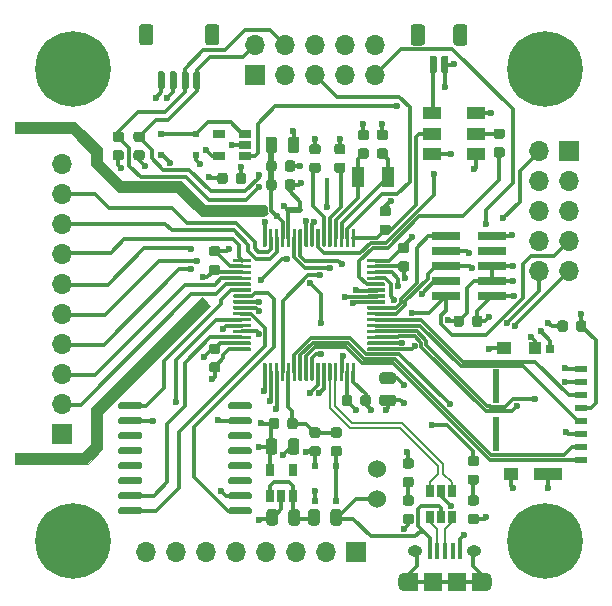
<source format=gtl>
%TF.GenerationSoftware,KiCad,Pcbnew,(5.1.6-0-10_14)*%
%TF.CreationDate,2020-09-29T23:50:48-07:00*%
%TF.ProjectId,BetsyBoardBig,42657473-7942-46f6-9172-644269672e6b,rev?*%
%TF.SameCoordinates,Original*%
%TF.FileFunction,Copper,L1,Top*%
%TF.FilePolarity,Positive*%
%FSLAX46Y46*%
G04 Gerber Fmt 4.6, Leading zero omitted, Abs format (unit mm)*
G04 Created by KiCad (PCBNEW (5.1.6-0-10_14)) date 2020-09-29 23:50:48*
%MOMM*%
%LPD*%
G01*
G04 APERTURE LIST*
%TA.AperFunction,EtchedComponent*%
%ADD10C,0.100000*%
%TD*%
%TA.AperFunction,ComponentPad*%
%ADD11O,1.000000X1.550000*%
%TD*%
%TA.AperFunction,ComponentPad*%
%ADD12O,1.250000X0.950000*%
%TD*%
%TA.AperFunction,SMDPad,CuDef*%
%ADD13R,1.200000X1.550000*%
%TD*%
%TA.AperFunction,SMDPad,CuDef*%
%ADD14R,1.550000X1.500000*%
%TD*%
%TA.AperFunction,SMDPad,CuDef*%
%ADD15R,1.500000X1.550000*%
%TD*%
%TA.AperFunction,SMDPad,CuDef*%
%ADD16R,0.400000X1.350000*%
%TD*%
%TA.AperFunction,ComponentPad*%
%ADD17O,1.700000X1.700000*%
%TD*%
%TA.AperFunction,ComponentPad*%
%ADD18R,1.700000X1.700000*%
%TD*%
%TA.AperFunction,ComponentPad*%
%ADD19C,0.800000*%
%TD*%
%TA.AperFunction,ComponentPad*%
%ADD20C,6.400000*%
%TD*%
%TA.AperFunction,SMDPad,CuDef*%
%ADD21R,0.600000X0.550000*%
%TD*%
%TA.AperFunction,SMDPad,CuDef*%
%ADD22R,0.650000X1.060000*%
%TD*%
%TA.AperFunction,SMDPad,CuDef*%
%ADD23R,0.550000X2.910000*%
%TD*%
%TA.AperFunction,SMDPad,CuDef*%
%ADD24R,1.200000X1.050000*%
%TD*%
%TA.AperFunction,SMDPad,CuDef*%
%ADD25R,1.080000X1.050000*%
%TD*%
%TA.AperFunction,SMDPad,CuDef*%
%ADD26R,0.780000X0.720000*%
%TD*%
%TA.AperFunction,SMDPad,CuDef*%
%ADD27R,2.390000X1.050000*%
%TD*%
%TA.AperFunction,SMDPad,CuDef*%
%ADD28R,1.000000X0.500000*%
%TD*%
%TA.AperFunction,Conductor*%
%ADD29C,0.500000*%
%TD*%
%TA.AperFunction,SMDPad,CuDef*%
%ADD30R,1.060000X0.650000*%
%TD*%
%TA.AperFunction,SMDPad,CuDef*%
%ADD31R,1.000000X1.800000*%
%TD*%
%TA.AperFunction,SMDPad,CuDef*%
%ADD32R,0.400000X1.900000*%
%TD*%
%TA.AperFunction,SMDPad,CuDef*%
%ADD33R,2.400000X0.740000*%
%TD*%
%TA.AperFunction,SMDPad,CuDef*%
%ADD34R,1.600000X1.000000*%
%TD*%
%TA.AperFunction,ComponentPad*%
%ADD35C,1.524000*%
%TD*%
%TA.AperFunction,SMDPad,CuDef*%
%ADD36R,0.550000X0.600000*%
%TD*%
%TA.AperFunction,ViaPad*%
%ADD37C,0.600000*%
%TD*%
%TA.AperFunction,Conductor*%
%ADD38C,0.300000*%
%TD*%
%TA.AperFunction,Conductor*%
%ADD39C,0.200000*%
%TD*%
%TA.AperFunction,Conductor*%
%ADD40C,0.500000*%
%TD*%
%TA.AperFunction,Conductor*%
%ADD41C,0.025400*%
%TD*%
G04 APERTURE END LIST*
D10*
%TO.C,NT1*%
G36*
X119250000Y-67250000D02*
G01*
X118250000Y-67250000D01*
X118250000Y-66750000D01*
X119250000Y-66750000D01*
X119250000Y-67250000D01*
G37*
%TD*%
D11*
%TO.P,J1,6*%
%TO.N,Net-(J1-Pad6)*%
X135000000Y-98500000D03*
X128000000Y-98500000D03*
D12*
X134000000Y-95800000D03*
X129000000Y-95800000D03*
D13*
X134400000Y-98500000D03*
D14*
X132500000Y-98500000D03*
D15*
X130500000Y-98500000D03*
D13*
X128600000Y-98500000D03*
D16*
%TO.P,J1,5*%
%TO.N,GND*%
X132800000Y-95825000D03*
%TO.P,J1,4*%
%TO.N,Net-(J1-Pad4)*%
X132150000Y-95825000D03*
%TO.P,J1,3*%
%TO.N,/D+*%
X131500000Y-95825000D03*
%TO.P,J1,2*%
%TO.N,/D-*%
X130850000Y-95825000D03*
%TO.P,J1,1*%
%TO.N,/VBUS*%
X130200000Y-95825000D03*
%TD*%
%TO.P,C18,2*%
%TO.N,GND*%
%TA.AperFunction,SMDPad,CuDef*%
G36*
G01*
X120756250Y-62250000D02*
X120243750Y-62250000D01*
G75*
G02*
X120025000Y-62031250I0J218750D01*
G01*
X120025000Y-61593750D01*
G75*
G02*
X120243750Y-61375000I218750J0D01*
G01*
X120756250Y-61375000D01*
G75*
G02*
X120975000Y-61593750I0J-218750D01*
G01*
X120975000Y-62031250D01*
G75*
G02*
X120756250Y-62250000I-218750J0D01*
G01*
G37*
%TD.AperFunction*%
%TO.P,C18,1*%
%TO.N,/OSC_OUT*%
%TA.AperFunction,SMDPad,CuDef*%
G36*
G01*
X120756250Y-63825000D02*
X120243750Y-63825000D01*
G75*
G02*
X120025000Y-63606250I0J218750D01*
G01*
X120025000Y-63168750D01*
G75*
G02*
X120243750Y-62950000I218750J0D01*
G01*
X120756250Y-62950000D01*
G75*
G02*
X120975000Y-63168750I0J-218750D01*
G01*
X120975000Y-63606250D01*
G75*
G02*
X120756250Y-63825000I-218750J0D01*
G01*
G37*
%TD.AperFunction*%
%TD*%
%TO.P,C13,2*%
%TO.N,GND*%
%TA.AperFunction,SMDPad,CuDef*%
G36*
G01*
X122856250Y-62250000D02*
X122343750Y-62250000D01*
G75*
G02*
X122125000Y-62031250I0J218750D01*
G01*
X122125000Y-61593750D01*
G75*
G02*
X122343750Y-61375000I218750J0D01*
G01*
X122856250Y-61375000D01*
G75*
G02*
X123075000Y-61593750I0J-218750D01*
G01*
X123075000Y-62031250D01*
G75*
G02*
X122856250Y-62250000I-218750J0D01*
G01*
G37*
%TD.AperFunction*%
%TO.P,C13,1*%
%TO.N,/OSC_IN*%
%TA.AperFunction,SMDPad,CuDef*%
G36*
G01*
X122856250Y-63825000D02*
X122343750Y-63825000D01*
G75*
G02*
X122125000Y-63606250I0J218750D01*
G01*
X122125000Y-63168750D01*
G75*
G02*
X122343750Y-62950000I218750J0D01*
G01*
X122856250Y-62950000D01*
G75*
G02*
X123075000Y-63168750I0J-218750D01*
G01*
X123075000Y-63606250D01*
G75*
G02*
X122856250Y-63825000I-218750J0D01*
G01*
G37*
%TD.AperFunction*%
%TD*%
%TO.P,U4,64*%
%TO.N,VDD*%
%TA.AperFunction,SMDPad,CuDef*%
G36*
G01*
X124975000Y-71100000D02*
X126375000Y-71100000D01*
G75*
G02*
X126450000Y-71175000I0J-75000D01*
G01*
X126450000Y-71325000D01*
G75*
G02*
X126375000Y-71400000I-75000J0D01*
G01*
X124975000Y-71400000D01*
G75*
G02*
X124900000Y-71325000I0J75000D01*
G01*
X124900000Y-71175000D01*
G75*
G02*
X124975000Y-71100000I75000J0D01*
G01*
G37*
%TD.AperFunction*%
%TO.P,U4,63*%
%TO.N,GND*%
%TA.AperFunction,SMDPad,CuDef*%
G36*
G01*
X124975000Y-71600000D02*
X126375000Y-71600000D01*
G75*
G02*
X126450000Y-71675000I0J-75000D01*
G01*
X126450000Y-71825000D01*
G75*
G02*
X126375000Y-71900000I-75000J0D01*
G01*
X124975000Y-71900000D01*
G75*
G02*
X124900000Y-71825000I0J75000D01*
G01*
X124900000Y-71675000D01*
G75*
G02*
X124975000Y-71600000I75000J0D01*
G01*
G37*
%TD.AperFunction*%
%TO.P,U4,62*%
%TO.N,/SPI_SS#*%
%TA.AperFunction,SMDPad,CuDef*%
G36*
G01*
X124975000Y-72100000D02*
X126375000Y-72100000D01*
G75*
G02*
X126450000Y-72175000I0J-75000D01*
G01*
X126450000Y-72325000D01*
G75*
G02*
X126375000Y-72400000I-75000J0D01*
G01*
X124975000Y-72400000D01*
G75*
G02*
X124900000Y-72325000I0J75000D01*
G01*
X124900000Y-72175000D01*
G75*
G02*
X124975000Y-72100000I75000J0D01*
G01*
G37*
%TD.AperFunction*%
%TO.P,U4,61*%
%TO.N,/LED_RED*%
%TA.AperFunction,SMDPad,CuDef*%
G36*
G01*
X124975000Y-72600000D02*
X126375000Y-72600000D01*
G75*
G02*
X126450000Y-72675000I0J-75000D01*
G01*
X126450000Y-72825000D01*
G75*
G02*
X126375000Y-72900000I-75000J0D01*
G01*
X124975000Y-72900000D01*
G75*
G02*
X124900000Y-72825000I0J75000D01*
G01*
X124900000Y-72675000D01*
G75*
G02*
X124975000Y-72600000I75000J0D01*
G01*
G37*
%TD.AperFunction*%
%TO.P,U4,60*%
%TO.N,/BOOT0*%
%TA.AperFunction,SMDPad,CuDef*%
G36*
G01*
X124975000Y-73100000D02*
X126375000Y-73100000D01*
G75*
G02*
X126450000Y-73175000I0J-75000D01*
G01*
X126450000Y-73325000D01*
G75*
G02*
X126375000Y-73400000I-75000J0D01*
G01*
X124975000Y-73400000D01*
G75*
G02*
X124900000Y-73325000I0J75000D01*
G01*
X124900000Y-73175000D01*
G75*
G02*
X124975000Y-73100000I75000J0D01*
G01*
G37*
%TD.AperFunction*%
%TO.P,U4,59*%
%TO.N,/COMP_IN-*%
%TA.AperFunction,SMDPad,CuDef*%
G36*
G01*
X124975000Y-73600000D02*
X126375000Y-73600000D01*
G75*
G02*
X126450000Y-73675000I0J-75000D01*
G01*
X126450000Y-73825000D01*
G75*
G02*
X126375000Y-73900000I-75000J0D01*
G01*
X124975000Y-73900000D01*
G75*
G02*
X124900000Y-73825000I0J75000D01*
G01*
X124900000Y-73675000D01*
G75*
G02*
X124975000Y-73600000I75000J0D01*
G01*
G37*
%TD.AperFunction*%
%TO.P,U4,58*%
%TO.N,/COMP_IN+*%
%TA.AperFunction,SMDPad,CuDef*%
G36*
G01*
X124975000Y-74100000D02*
X126375000Y-74100000D01*
G75*
G02*
X126450000Y-74175000I0J-75000D01*
G01*
X126450000Y-74325000D01*
G75*
G02*
X126375000Y-74400000I-75000J0D01*
G01*
X124975000Y-74400000D01*
G75*
G02*
X124900000Y-74325000I0J75000D01*
G01*
X124900000Y-74175000D01*
G75*
G02*
X124975000Y-74100000I75000J0D01*
G01*
G37*
%TD.AperFunction*%
%TO.P,U4,57*%
%TO.N,/COMP_OUT*%
%TA.AperFunction,SMDPad,CuDef*%
G36*
G01*
X124975000Y-74600000D02*
X126375000Y-74600000D01*
G75*
G02*
X126450000Y-74675000I0J-75000D01*
G01*
X126450000Y-74825000D01*
G75*
G02*
X126375000Y-74900000I-75000J0D01*
G01*
X124975000Y-74900000D01*
G75*
G02*
X124900000Y-74825000I0J75000D01*
G01*
X124900000Y-74675000D01*
G75*
G02*
X124975000Y-74600000I75000J0D01*
G01*
G37*
%TD.AperFunction*%
%TO.P,U4,56*%
%TO.N,/~JTRST*%
%TA.AperFunction,SMDPad,CuDef*%
G36*
G01*
X124975000Y-75100000D02*
X126375000Y-75100000D01*
G75*
G02*
X126450000Y-75175000I0J-75000D01*
G01*
X126450000Y-75325000D01*
G75*
G02*
X126375000Y-75400000I-75000J0D01*
G01*
X124975000Y-75400000D01*
G75*
G02*
X124900000Y-75325000I0J75000D01*
G01*
X124900000Y-75175000D01*
G75*
G02*
X124975000Y-75100000I75000J0D01*
G01*
G37*
%TD.AperFunction*%
%TO.P,U4,55*%
%TO.N,/JTDO_SWO*%
%TA.AperFunction,SMDPad,CuDef*%
G36*
G01*
X124975000Y-75600000D02*
X126375000Y-75600000D01*
G75*
G02*
X126450000Y-75675000I0J-75000D01*
G01*
X126450000Y-75825000D01*
G75*
G02*
X126375000Y-75900000I-75000J0D01*
G01*
X124975000Y-75900000D01*
G75*
G02*
X124900000Y-75825000I0J75000D01*
G01*
X124900000Y-75675000D01*
G75*
G02*
X124975000Y-75600000I75000J0D01*
G01*
G37*
%TD.AperFunction*%
%TO.P,U4,54*%
%TO.N,/SDMMC_CMD*%
%TA.AperFunction,SMDPad,CuDef*%
G36*
G01*
X124975000Y-76100000D02*
X126375000Y-76100000D01*
G75*
G02*
X126450000Y-76175000I0J-75000D01*
G01*
X126450000Y-76325000D01*
G75*
G02*
X126375000Y-76400000I-75000J0D01*
G01*
X124975000Y-76400000D01*
G75*
G02*
X124900000Y-76325000I0J75000D01*
G01*
X124900000Y-76175000D01*
G75*
G02*
X124975000Y-76100000I75000J0D01*
G01*
G37*
%TD.AperFunction*%
%TO.P,U4,53*%
%TO.N,/SDMMC_CLK*%
%TA.AperFunction,SMDPad,CuDef*%
G36*
G01*
X124975000Y-76600000D02*
X126375000Y-76600000D01*
G75*
G02*
X126450000Y-76675000I0J-75000D01*
G01*
X126450000Y-76825000D01*
G75*
G02*
X126375000Y-76900000I-75000J0D01*
G01*
X124975000Y-76900000D01*
G75*
G02*
X124900000Y-76825000I0J75000D01*
G01*
X124900000Y-76675000D01*
G75*
G02*
X124975000Y-76600000I75000J0D01*
G01*
G37*
%TD.AperFunction*%
%TO.P,U4,52*%
%TO.N,/SDMMC_D3*%
%TA.AperFunction,SMDPad,CuDef*%
G36*
G01*
X124975000Y-77100000D02*
X126375000Y-77100000D01*
G75*
G02*
X126450000Y-77175000I0J-75000D01*
G01*
X126450000Y-77325000D01*
G75*
G02*
X126375000Y-77400000I-75000J0D01*
G01*
X124975000Y-77400000D01*
G75*
G02*
X124900000Y-77325000I0J75000D01*
G01*
X124900000Y-77175000D01*
G75*
G02*
X124975000Y-77100000I75000J0D01*
G01*
G37*
%TD.AperFunction*%
%TO.P,U4,51*%
%TO.N,/SDMMC_D2*%
%TA.AperFunction,SMDPad,CuDef*%
G36*
G01*
X124975000Y-77600000D02*
X126375000Y-77600000D01*
G75*
G02*
X126450000Y-77675000I0J-75000D01*
G01*
X126450000Y-77825000D01*
G75*
G02*
X126375000Y-77900000I-75000J0D01*
G01*
X124975000Y-77900000D01*
G75*
G02*
X124900000Y-77825000I0J75000D01*
G01*
X124900000Y-77675000D01*
G75*
G02*
X124975000Y-77600000I75000J0D01*
G01*
G37*
%TD.AperFunction*%
%TO.P,U4,50*%
%TO.N,/JTDI*%
%TA.AperFunction,SMDPad,CuDef*%
G36*
G01*
X124975000Y-78100000D02*
X126375000Y-78100000D01*
G75*
G02*
X126450000Y-78175000I0J-75000D01*
G01*
X126450000Y-78325000D01*
G75*
G02*
X126375000Y-78400000I-75000J0D01*
G01*
X124975000Y-78400000D01*
G75*
G02*
X124900000Y-78325000I0J75000D01*
G01*
X124900000Y-78175000D01*
G75*
G02*
X124975000Y-78100000I75000J0D01*
G01*
G37*
%TD.AperFunction*%
%TO.P,U4,49*%
%TO.N,/JTCK_SWCLK*%
%TA.AperFunction,SMDPad,CuDef*%
G36*
G01*
X124975000Y-78600000D02*
X126375000Y-78600000D01*
G75*
G02*
X126450000Y-78675000I0J-75000D01*
G01*
X126450000Y-78825000D01*
G75*
G02*
X126375000Y-78900000I-75000J0D01*
G01*
X124975000Y-78900000D01*
G75*
G02*
X124900000Y-78825000I0J75000D01*
G01*
X124900000Y-78675000D01*
G75*
G02*
X124975000Y-78600000I75000J0D01*
G01*
G37*
%TD.AperFunction*%
%TO.P,U4,48*%
%TO.N,VDD*%
%TA.AperFunction,SMDPad,CuDef*%
G36*
G01*
X123675000Y-79900000D02*
X123825000Y-79900000D01*
G75*
G02*
X123900000Y-79975000I0J-75000D01*
G01*
X123900000Y-81375000D01*
G75*
G02*
X123825000Y-81450000I-75000J0D01*
G01*
X123675000Y-81450000D01*
G75*
G02*
X123600000Y-81375000I0J75000D01*
G01*
X123600000Y-79975000D01*
G75*
G02*
X123675000Y-79900000I75000J0D01*
G01*
G37*
%TD.AperFunction*%
%TO.P,U4,47*%
%TO.N,GND*%
%TA.AperFunction,SMDPad,CuDef*%
G36*
G01*
X123175000Y-79900000D02*
X123325000Y-79900000D01*
G75*
G02*
X123400000Y-79975000I0J-75000D01*
G01*
X123400000Y-81375000D01*
G75*
G02*
X123325000Y-81450000I-75000J0D01*
G01*
X123175000Y-81450000D01*
G75*
G02*
X123100000Y-81375000I0J75000D01*
G01*
X123100000Y-79975000D01*
G75*
G02*
X123175000Y-79900000I75000J0D01*
G01*
G37*
%TD.AperFunction*%
%TO.P,U4,46*%
%TO.N,/JTMS_SWDIO*%
%TA.AperFunction,SMDPad,CuDef*%
G36*
G01*
X122675000Y-79900000D02*
X122825000Y-79900000D01*
G75*
G02*
X122900000Y-79975000I0J-75000D01*
G01*
X122900000Y-81375000D01*
G75*
G02*
X122825000Y-81450000I-75000J0D01*
G01*
X122675000Y-81450000D01*
G75*
G02*
X122600000Y-81375000I0J75000D01*
G01*
X122600000Y-79975000D01*
G75*
G02*
X122675000Y-79900000I75000J0D01*
G01*
G37*
%TD.AperFunction*%
%TO.P,U4,45*%
%TO.N,/OTG_FS_D+*%
%TA.AperFunction,SMDPad,CuDef*%
G36*
G01*
X122175000Y-79900000D02*
X122325000Y-79900000D01*
G75*
G02*
X122400000Y-79975000I0J-75000D01*
G01*
X122400000Y-81375000D01*
G75*
G02*
X122325000Y-81450000I-75000J0D01*
G01*
X122175000Y-81450000D01*
G75*
G02*
X122100000Y-81375000I0J75000D01*
G01*
X122100000Y-79975000D01*
G75*
G02*
X122175000Y-79900000I75000J0D01*
G01*
G37*
%TD.AperFunction*%
%TO.P,U4,44*%
%TO.N,/OTG_FS_D-*%
%TA.AperFunction,SMDPad,CuDef*%
G36*
G01*
X121675000Y-79900000D02*
X121825000Y-79900000D01*
G75*
G02*
X121900000Y-79975000I0J-75000D01*
G01*
X121900000Y-81375000D01*
G75*
G02*
X121825000Y-81450000I-75000J0D01*
G01*
X121675000Y-81450000D01*
G75*
G02*
X121600000Y-81375000I0J75000D01*
G01*
X121600000Y-79975000D01*
G75*
G02*
X121675000Y-79900000I75000J0D01*
G01*
G37*
%TD.AperFunction*%
%TO.P,U4,43*%
%TO.N,/USART1_RX*%
%TA.AperFunction,SMDPad,CuDef*%
G36*
G01*
X121175000Y-79900000D02*
X121325000Y-79900000D01*
G75*
G02*
X121400000Y-79975000I0J-75000D01*
G01*
X121400000Y-81375000D01*
G75*
G02*
X121325000Y-81450000I-75000J0D01*
G01*
X121175000Y-81450000D01*
G75*
G02*
X121100000Y-81375000I0J75000D01*
G01*
X121100000Y-79975000D01*
G75*
G02*
X121175000Y-79900000I75000J0D01*
G01*
G37*
%TD.AperFunction*%
%TO.P,U4,42*%
%TO.N,/USART1_TX*%
%TA.AperFunction,SMDPad,CuDef*%
G36*
G01*
X120675000Y-79900000D02*
X120825000Y-79900000D01*
G75*
G02*
X120900000Y-79975000I0J-75000D01*
G01*
X120900000Y-81375000D01*
G75*
G02*
X120825000Y-81450000I-75000J0D01*
G01*
X120675000Y-81450000D01*
G75*
G02*
X120600000Y-81375000I0J75000D01*
G01*
X120600000Y-79975000D01*
G75*
G02*
X120675000Y-79900000I75000J0D01*
G01*
G37*
%TD.AperFunction*%
%TO.P,U4,41*%
%TO.N,/OCLK_M*%
%TA.AperFunction,SMDPad,CuDef*%
G36*
G01*
X120175000Y-79900000D02*
X120325000Y-79900000D01*
G75*
G02*
X120400000Y-79975000I0J-75000D01*
G01*
X120400000Y-81375000D01*
G75*
G02*
X120325000Y-81450000I-75000J0D01*
G01*
X120175000Y-81450000D01*
G75*
G02*
X120100000Y-81375000I0J75000D01*
G01*
X120100000Y-79975000D01*
G75*
G02*
X120175000Y-79900000I75000J0D01*
G01*
G37*
%TD.AperFunction*%
%TO.P,U4,40*%
%TO.N,/SDMMC_D1*%
%TA.AperFunction,SMDPad,CuDef*%
G36*
G01*
X119675000Y-79900000D02*
X119825000Y-79900000D01*
G75*
G02*
X119900000Y-79975000I0J-75000D01*
G01*
X119900000Y-81375000D01*
G75*
G02*
X119825000Y-81450000I-75000J0D01*
G01*
X119675000Y-81450000D01*
G75*
G02*
X119600000Y-81375000I0J75000D01*
G01*
X119600000Y-79975000D01*
G75*
G02*
X119675000Y-79900000I75000J0D01*
G01*
G37*
%TD.AperFunction*%
%TO.P,U4,39*%
%TO.N,/SDMMC_D0*%
%TA.AperFunction,SMDPad,CuDef*%
G36*
G01*
X119175000Y-79900000D02*
X119325000Y-79900000D01*
G75*
G02*
X119400000Y-79975000I0J-75000D01*
G01*
X119400000Y-81375000D01*
G75*
G02*
X119325000Y-81450000I-75000J0D01*
G01*
X119175000Y-81450000D01*
G75*
G02*
X119100000Y-81375000I0J75000D01*
G01*
X119100000Y-79975000D01*
G75*
G02*
X119175000Y-79900000I75000J0D01*
G01*
G37*
%TD.AperFunction*%
%TO.P,U4,38*%
%TO.N,/SDMMC_DET*%
%TA.AperFunction,SMDPad,CuDef*%
G36*
G01*
X118675000Y-79900000D02*
X118825000Y-79900000D01*
G75*
G02*
X118900000Y-79975000I0J-75000D01*
G01*
X118900000Y-81375000D01*
G75*
G02*
X118825000Y-81450000I-75000J0D01*
G01*
X118675000Y-81450000D01*
G75*
G02*
X118600000Y-81375000I0J75000D01*
G01*
X118600000Y-79975000D01*
G75*
G02*
X118675000Y-79900000I75000J0D01*
G01*
G37*
%TD.AperFunction*%
%TO.P,U4,37*%
%TO.N,/USR_SW*%
%TA.AperFunction,SMDPad,CuDef*%
G36*
G01*
X118175000Y-79900000D02*
X118325000Y-79900000D01*
G75*
G02*
X118400000Y-79975000I0J-75000D01*
G01*
X118400000Y-81375000D01*
G75*
G02*
X118325000Y-81450000I-75000J0D01*
G01*
X118175000Y-81450000D01*
G75*
G02*
X118100000Y-81375000I0J75000D01*
G01*
X118100000Y-79975000D01*
G75*
G02*
X118175000Y-79900000I75000J0D01*
G01*
G37*
%TD.AperFunction*%
%TO.P,U4,36*%
%TO.N,/RTC_REFIN*%
%TA.AperFunction,SMDPad,CuDef*%
G36*
G01*
X117675000Y-79900000D02*
X117825000Y-79900000D01*
G75*
G02*
X117900000Y-79975000I0J-75000D01*
G01*
X117900000Y-81375000D01*
G75*
G02*
X117825000Y-81450000I-75000J0D01*
G01*
X117675000Y-81450000D01*
G75*
G02*
X117600000Y-81375000I0J75000D01*
G01*
X117600000Y-79975000D01*
G75*
G02*
X117675000Y-79900000I75000J0D01*
G01*
G37*
%TD.AperFunction*%
%TO.P,U4,35*%
%TO.N,/USART3_RTS*%
%TA.AperFunction,SMDPad,CuDef*%
G36*
G01*
X117175000Y-79900000D02*
X117325000Y-79900000D01*
G75*
G02*
X117400000Y-79975000I0J-75000D01*
G01*
X117400000Y-81375000D01*
G75*
G02*
X117325000Y-81450000I-75000J0D01*
G01*
X117175000Y-81450000D01*
G75*
G02*
X117100000Y-81375000I0J75000D01*
G01*
X117100000Y-79975000D01*
G75*
G02*
X117175000Y-79900000I75000J0D01*
G01*
G37*
%TD.AperFunction*%
%TO.P,U4,34*%
%TO.N,/USART3_CTS*%
%TA.AperFunction,SMDPad,CuDef*%
G36*
G01*
X116675000Y-79900000D02*
X116825000Y-79900000D01*
G75*
G02*
X116900000Y-79975000I0J-75000D01*
G01*
X116900000Y-81375000D01*
G75*
G02*
X116825000Y-81450000I-75000J0D01*
G01*
X116675000Y-81450000D01*
G75*
G02*
X116600000Y-81375000I0J75000D01*
G01*
X116600000Y-79975000D01*
G75*
G02*
X116675000Y-79900000I75000J0D01*
G01*
G37*
%TD.AperFunction*%
%TO.P,U4,33*%
%TO.N,/USART3_CK*%
%TA.AperFunction,SMDPad,CuDef*%
G36*
G01*
X116175000Y-79900000D02*
X116325000Y-79900000D01*
G75*
G02*
X116400000Y-79975000I0J-75000D01*
G01*
X116400000Y-81375000D01*
G75*
G02*
X116325000Y-81450000I-75000J0D01*
G01*
X116175000Y-81450000D01*
G75*
G02*
X116100000Y-81375000I0J75000D01*
G01*
X116100000Y-79975000D01*
G75*
G02*
X116175000Y-79900000I75000J0D01*
G01*
G37*
%TD.AperFunction*%
%TO.P,U4,32*%
%TO.N,VDD*%
%TA.AperFunction,SMDPad,CuDef*%
G36*
G01*
X113625000Y-78600000D02*
X115025000Y-78600000D01*
G75*
G02*
X115100000Y-78675000I0J-75000D01*
G01*
X115100000Y-78825000D01*
G75*
G02*
X115025000Y-78900000I-75000J0D01*
G01*
X113625000Y-78900000D01*
G75*
G02*
X113550000Y-78825000I0J75000D01*
G01*
X113550000Y-78675000D01*
G75*
G02*
X113625000Y-78600000I75000J0D01*
G01*
G37*
%TD.AperFunction*%
%TO.P,U4,31*%
%TO.N,GND*%
%TA.AperFunction,SMDPad,CuDef*%
G36*
G01*
X113625000Y-78100000D02*
X115025000Y-78100000D01*
G75*
G02*
X115100000Y-78175000I0J-75000D01*
G01*
X115100000Y-78325000D01*
G75*
G02*
X115025000Y-78400000I-75000J0D01*
G01*
X113625000Y-78400000D01*
G75*
G02*
X113550000Y-78325000I0J75000D01*
G01*
X113550000Y-78175000D01*
G75*
G02*
X113625000Y-78100000I75000J0D01*
G01*
G37*
%TD.AperFunction*%
%TO.P,U4,30*%
%TO.N,/QSPI_CS#*%
%TA.AperFunction,SMDPad,CuDef*%
G36*
G01*
X113625000Y-77600000D02*
X115025000Y-77600000D01*
G75*
G02*
X115100000Y-77675000I0J-75000D01*
G01*
X115100000Y-77825000D01*
G75*
G02*
X115025000Y-77900000I-75000J0D01*
G01*
X113625000Y-77900000D01*
G75*
G02*
X113550000Y-77825000I0J75000D01*
G01*
X113550000Y-77675000D01*
G75*
G02*
X113625000Y-77600000I75000J0D01*
G01*
G37*
%TD.AperFunction*%
%TO.P,U4,29*%
%TO.N,/SPI_SCK*%
%TA.AperFunction,SMDPad,CuDef*%
G36*
G01*
X113625000Y-77100000D02*
X115025000Y-77100000D01*
G75*
G02*
X115100000Y-77175000I0J-75000D01*
G01*
X115100000Y-77325000D01*
G75*
G02*
X115025000Y-77400000I-75000J0D01*
G01*
X113625000Y-77400000D01*
G75*
G02*
X113550000Y-77325000I0J75000D01*
G01*
X113550000Y-77175000D01*
G75*
G02*
X113625000Y-77100000I75000J0D01*
G01*
G37*
%TD.AperFunction*%
%TO.P,U4,28*%
%TO.N,/RTC_OUT*%
%TA.AperFunction,SMDPad,CuDef*%
G36*
G01*
X113625000Y-76600000D02*
X115025000Y-76600000D01*
G75*
G02*
X115100000Y-76675000I0J-75000D01*
G01*
X115100000Y-76825000D01*
G75*
G02*
X115025000Y-76900000I-75000J0D01*
G01*
X113625000Y-76900000D01*
G75*
G02*
X113550000Y-76825000I0J75000D01*
G01*
X113550000Y-76675000D01*
G75*
G02*
X113625000Y-76600000I75000J0D01*
G01*
G37*
%TD.AperFunction*%
%TO.P,U4,27*%
%TO.N,/QSPI_IO0*%
%TA.AperFunction,SMDPad,CuDef*%
G36*
G01*
X113625000Y-76100000D02*
X115025000Y-76100000D01*
G75*
G02*
X115100000Y-76175000I0J-75000D01*
G01*
X115100000Y-76325000D01*
G75*
G02*
X115025000Y-76400000I-75000J0D01*
G01*
X113625000Y-76400000D01*
G75*
G02*
X113550000Y-76325000I0J75000D01*
G01*
X113550000Y-76175000D01*
G75*
G02*
X113625000Y-76100000I75000J0D01*
G01*
G37*
%TD.AperFunction*%
%TO.P,U4,26*%
%TO.N,/QSPI_IO1*%
%TA.AperFunction,SMDPad,CuDef*%
G36*
G01*
X113625000Y-75600000D02*
X115025000Y-75600000D01*
G75*
G02*
X115100000Y-75675000I0J-75000D01*
G01*
X115100000Y-75825000D01*
G75*
G02*
X115025000Y-75900000I-75000J0D01*
G01*
X113625000Y-75900000D01*
G75*
G02*
X113550000Y-75825000I0J75000D01*
G01*
X113550000Y-75675000D01*
G75*
G02*
X113625000Y-75600000I75000J0D01*
G01*
G37*
%TD.AperFunction*%
%TO.P,U4,25*%
%TO.N,/USART3_RXD*%
%TA.AperFunction,SMDPad,CuDef*%
G36*
G01*
X113625000Y-75100000D02*
X115025000Y-75100000D01*
G75*
G02*
X115100000Y-75175000I0J-75000D01*
G01*
X115100000Y-75325000D01*
G75*
G02*
X115025000Y-75400000I-75000J0D01*
G01*
X113625000Y-75400000D01*
G75*
G02*
X113550000Y-75325000I0J75000D01*
G01*
X113550000Y-75175000D01*
G75*
G02*
X113625000Y-75100000I75000J0D01*
G01*
G37*
%TD.AperFunction*%
%TO.P,U4,24*%
%TO.N,/USART3_TXD*%
%TA.AperFunction,SMDPad,CuDef*%
G36*
G01*
X113625000Y-74600000D02*
X115025000Y-74600000D01*
G75*
G02*
X115100000Y-74675000I0J-75000D01*
G01*
X115100000Y-74825000D01*
G75*
G02*
X115025000Y-74900000I-75000J0D01*
G01*
X113625000Y-74900000D01*
G75*
G02*
X113550000Y-74825000I0J75000D01*
G01*
X113550000Y-74675000D01*
G75*
G02*
X113625000Y-74600000I75000J0D01*
G01*
G37*
%TD.AperFunction*%
%TO.P,U4,23*%
%TO.N,/QSPI_IO2*%
%TA.AperFunction,SMDPad,CuDef*%
G36*
G01*
X113625000Y-74100000D02*
X115025000Y-74100000D01*
G75*
G02*
X115100000Y-74175000I0J-75000D01*
G01*
X115100000Y-74325000D01*
G75*
G02*
X115025000Y-74400000I-75000J0D01*
G01*
X113625000Y-74400000D01*
G75*
G02*
X113550000Y-74325000I0J75000D01*
G01*
X113550000Y-74175000D01*
G75*
G02*
X113625000Y-74100000I75000J0D01*
G01*
G37*
%TD.AperFunction*%
%TO.P,U4,22*%
%TO.N,/QSPI_IO3*%
%TA.AperFunction,SMDPad,CuDef*%
G36*
G01*
X113625000Y-73600000D02*
X115025000Y-73600000D01*
G75*
G02*
X115100000Y-73675000I0J-75000D01*
G01*
X115100000Y-73825000D01*
G75*
G02*
X115025000Y-73900000I-75000J0D01*
G01*
X113625000Y-73900000D01*
G75*
G02*
X113550000Y-73825000I0J75000D01*
G01*
X113550000Y-73675000D01*
G75*
G02*
X113625000Y-73600000I75000J0D01*
G01*
G37*
%TD.AperFunction*%
%TO.P,U4,21*%
%TO.N,/DAC_OUT2*%
%TA.AperFunction,SMDPad,CuDef*%
G36*
G01*
X113625000Y-73100000D02*
X115025000Y-73100000D01*
G75*
G02*
X115100000Y-73175000I0J-75000D01*
G01*
X115100000Y-73325000D01*
G75*
G02*
X115025000Y-73400000I-75000J0D01*
G01*
X113625000Y-73400000D01*
G75*
G02*
X113550000Y-73325000I0J75000D01*
G01*
X113550000Y-73175000D01*
G75*
G02*
X113625000Y-73100000I75000J0D01*
G01*
G37*
%TD.AperFunction*%
%TO.P,U4,20*%
%TO.N,/DAC_OUT1*%
%TA.AperFunction,SMDPad,CuDef*%
G36*
G01*
X113625000Y-72600000D02*
X115025000Y-72600000D01*
G75*
G02*
X115100000Y-72675000I0J-75000D01*
G01*
X115100000Y-72825000D01*
G75*
G02*
X115025000Y-72900000I-75000J0D01*
G01*
X113625000Y-72900000D01*
G75*
G02*
X113550000Y-72825000I0J75000D01*
G01*
X113550000Y-72675000D01*
G75*
G02*
X113625000Y-72600000I75000J0D01*
G01*
G37*
%TD.AperFunction*%
%TO.P,U4,19*%
%TO.N,VDD*%
%TA.AperFunction,SMDPad,CuDef*%
G36*
G01*
X113625000Y-72100000D02*
X115025000Y-72100000D01*
G75*
G02*
X115100000Y-72175000I0J-75000D01*
G01*
X115100000Y-72325000D01*
G75*
G02*
X115025000Y-72400000I-75000J0D01*
G01*
X113625000Y-72400000D01*
G75*
G02*
X113550000Y-72325000I0J75000D01*
G01*
X113550000Y-72175000D01*
G75*
G02*
X113625000Y-72100000I75000J0D01*
G01*
G37*
%TD.AperFunction*%
%TO.P,U4,18*%
%TO.N,GND*%
%TA.AperFunction,SMDPad,CuDef*%
G36*
G01*
X113625000Y-71600000D02*
X115025000Y-71600000D01*
G75*
G02*
X115100000Y-71675000I0J-75000D01*
G01*
X115100000Y-71825000D01*
G75*
G02*
X115025000Y-71900000I-75000J0D01*
G01*
X113625000Y-71900000D01*
G75*
G02*
X113550000Y-71825000I0J75000D01*
G01*
X113550000Y-71675000D01*
G75*
G02*
X113625000Y-71600000I75000J0D01*
G01*
G37*
%TD.AperFunction*%
%TO.P,U4,17*%
%TO.N,/OPAMP_OUT*%
%TA.AperFunction,SMDPad,CuDef*%
G36*
G01*
X113625000Y-71100000D02*
X115025000Y-71100000D01*
G75*
G02*
X115100000Y-71175000I0J-75000D01*
G01*
X115100000Y-71325000D01*
G75*
G02*
X115025000Y-71400000I-75000J0D01*
G01*
X113625000Y-71400000D01*
G75*
G02*
X113550000Y-71325000I0J75000D01*
G01*
X113550000Y-71175000D01*
G75*
G02*
X113625000Y-71100000I75000J0D01*
G01*
G37*
%TD.AperFunction*%
%TO.P,U4,16*%
%TO.N,/OCLK_LS*%
%TA.AperFunction,SMDPad,CuDef*%
G36*
G01*
X116175000Y-68550000D02*
X116325000Y-68550000D01*
G75*
G02*
X116400000Y-68625000I0J-75000D01*
G01*
X116400000Y-70025000D01*
G75*
G02*
X116325000Y-70100000I-75000J0D01*
G01*
X116175000Y-70100000D01*
G75*
G02*
X116100000Y-70025000I0J75000D01*
G01*
X116100000Y-68625000D01*
G75*
G02*
X116175000Y-68550000I75000J0D01*
G01*
G37*
%TD.AperFunction*%
%TO.P,U4,15*%
%TO.N,/OPAMP_IN-*%
%TA.AperFunction,SMDPad,CuDef*%
G36*
G01*
X116675000Y-68550000D02*
X116825000Y-68550000D01*
G75*
G02*
X116900000Y-68625000I0J-75000D01*
G01*
X116900000Y-70025000D01*
G75*
G02*
X116825000Y-70100000I-75000J0D01*
G01*
X116675000Y-70100000D01*
G75*
G02*
X116600000Y-70025000I0J75000D01*
G01*
X116600000Y-68625000D01*
G75*
G02*
X116675000Y-68550000I75000J0D01*
G01*
G37*
%TD.AperFunction*%
%TO.P,U4,14*%
%TO.N,/OPAMP_IN+*%
%TA.AperFunction,SMDPad,CuDef*%
G36*
G01*
X117175000Y-68550000D02*
X117325000Y-68550000D01*
G75*
G02*
X117400000Y-68625000I0J-75000D01*
G01*
X117400000Y-70025000D01*
G75*
G02*
X117325000Y-70100000I-75000J0D01*
G01*
X117175000Y-70100000D01*
G75*
G02*
X117100000Y-70025000I0J75000D01*
G01*
X117100000Y-68625000D01*
G75*
G02*
X117175000Y-68550000I75000J0D01*
G01*
G37*
%TD.AperFunction*%
%TO.P,U4,13*%
%TO.N,VDDA*%
%TA.AperFunction,SMDPad,CuDef*%
G36*
G01*
X117675000Y-68550000D02*
X117825000Y-68550000D01*
G75*
G02*
X117900000Y-68625000I0J-75000D01*
G01*
X117900000Y-70025000D01*
G75*
G02*
X117825000Y-70100000I-75000J0D01*
G01*
X117675000Y-70100000D01*
G75*
G02*
X117600000Y-70025000I0J75000D01*
G01*
X117600000Y-68625000D01*
G75*
G02*
X117675000Y-68550000I75000J0D01*
G01*
G37*
%TD.AperFunction*%
%TO.P,U4,12*%
%TO.N,VSSA*%
%TA.AperFunction,SMDPad,CuDef*%
G36*
G01*
X118175000Y-68550000D02*
X118325000Y-68550000D01*
G75*
G02*
X118400000Y-68625000I0J-75000D01*
G01*
X118400000Y-70025000D01*
G75*
G02*
X118325000Y-70100000I-75000J0D01*
G01*
X118175000Y-70100000D01*
G75*
G02*
X118100000Y-70025000I0J75000D01*
G01*
X118100000Y-68625000D01*
G75*
G02*
X118175000Y-68550000I75000J0D01*
G01*
G37*
%TD.AperFunction*%
%TO.P,U4,11*%
%TO.N,/SPI_MOSI*%
%TA.AperFunction,SMDPad,CuDef*%
G36*
G01*
X118675000Y-68550000D02*
X118825000Y-68550000D01*
G75*
G02*
X118900000Y-68625000I0J-75000D01*
G01*
X118900000Y-70025000D01*
G75*
G02*
X118825000Y-70100000I-75000J0D01*
G01*
X118675000Y-70100000D01*
G75*
G02*
X118600000Y-70025000I0J75000D01*
G01*
X118600000Y-68625000D01*
G75*
G02*
X118675000Y-68550000I75000J0D01*
G01*
G37*
%TD.AperFunction*%
%TO.P,U4,10*%
%TO.N,/SPI_MISO*%
%TA.AperFunction,SMDPad,CuDef*%
G36*
G01*
X119175000Y-68550000D02*
X119325000Y-68550000D01*
G75*
G02*
X119400000Y-68625000I0J-75000D01*
G01*
X119400000Y-70025000D01*
G75*
G02*
X119325000Y-70100000I-75000J0D01*
G01*
X119175000Y-70100000D01*
G75*
G02*
X119100000Y-70025000I0J75000D01*
G01*
X119100000Y-68625000D01*
G75*
G02*
X119175000Y-68550000I75000J0D01*
G01*
G37*
%TD.AperFunction*%
%TO.P,U4,9*%
%TO.N,/I2C_SDA*%
%TA.AperFunction,SMDPad,CuDef*%
G36*
G01*
X119675000Y-68550000D02*
X119825000Y-68550000D01*
G75*
G02*
X119900000Y-68625000I0J-75000D01*
G01*
X119900000Y-70025000D01*
G75*
G02*
X119825000Y-70100000I-75000J0D01*
G01*
X119675000Y-70100000D01*
G75*
G02*
X119600000Y-70025000I0J75000D01*
G01*
X119600000Y-68625000D01*
G75*
G02*
X119675000Y-68550000I75000J0D01*
G01*
G37*
%TD.AperFunction*%
%TO.P,U4,8*%
%TO.N,/I2C_SCL*%
%TA.AperFunction,SMDPad,CuDef*%
G36*
G01*
X120175000Y-68550000D02*
X120325000Y-68550000D01*
G75*
G02*
X120400000Y-68625000I0J-75000D01*
G01*
X120400000Y-70025000D01*
G75*
G02*
X120325000Y-70100000I-75000J0D01*
G01*
X120175000Y-70100000D01*
G75*
G02*
X120100000Y-70025000I0J75000D01*
G01*
X120100000Y-68625000D01*
G75*
G02*
X120175000Y-68550000I75000J0D01*
G01*
G37*
%TD.AperFunction*%
%TO.P,U4,7*%
%TO.N,/~RST*%
%TA.AperFunction,SMDPad,CuDef*%
G36*
G01*
X120675000Y-68550000D02*
X120825000Y-68550000D01*
G75*
G02*
X120900000Y-68625000I0J-75000D01*
G01*
X120900000Y-70025000D01*
G75*
G02*
X120825000Y-70100000I-75000J0D01*
G01*
X120675000Y-70100000D01*
G75*
G02*
X120600000Y-70025000I0J75000D01*
G01*
X120600000Y-68625000D01*
G75*
G02*
X120675000Y-68550000I75000J0D01*
G01*
G37*
%TD.AperFunction*%
%TO.P,U4,6*%
%TO.N,/OSC_OUT*%
%TA.AperFunction,SMDPad,CuDef*%
G36*
G01*
X121175000Y-68550000D02*
X121325000Y-68550000D01*
G75*
G02*
X121400000Y-68625000I0J-75000D01*
G01*
X121400000Y-70025000D01*
G75*
G02*
X121325000Y-70100000I-75000J0D01*
G01*
X121175000Y-70100000D01*
G75*
G02*
X121100000Y-70025000I0J75000D01*
G01*
X121100000Y-68625000D01*
G75*
G02*
X121175000Y-68550000I75000J0D01*
G01*
G37*
%TD.AperFunction*%
%TO.P,U4,5*%
%TO.N,/OSC_IN*%
%TA.AperFunction,SMDPad,CuDef*%
G36*
G01*
X121675000Y-68550000D02*
X121825000Y-68550000D01*
G75*
G02*
X121900000Y-68625000I0J-75000D01*
G01*
X121900000Y-70025000D01*
G75*
G02*
X121825000Y-70100000I-75000J0D01*
G01*
X121675000Y-70100000D01*
G75*
G02*
X121600000Y-70025000I0J75000D01*
G01*
X121600000Y-68625000D01*
G75*
G02*
X121675000Y-68550000I75000J0D01*
G01*
G37*
%TD.AperFunction*%
%TO.P,U4,4*%
%TO.N,/RTC_OSC_OUT*%
%TA.AperFunction,SMDPad,CuDef*%
G36*
G01*
X122175000Y-68550000D02*
X122325000Y-68550000D01*
G75*
G02*
X122400000Y-68625000I0J-75000D01*
G01*
X122400000Y-70025000D01*
G75*
G02*
X122325000Y-70100000I-75000J0D01*
G01*
X122175000Y-70100000D01*
G75*
G02*
X122100000Y-70025000I0J75000D01*
G01*
X122100000Y-68625000D01*
G75*
G02*
X122175000Y-68550000I75000J0D01*
G01*
G37*
%TD.AperFunction*%
%TO.P,U4,3*%
%TO.N,/RTC_OSC_IN*%
%TA.AperFunction,SMDPad,CuDef*%
G36*
G01*
X122675000Y-68550000D02*
X122825000Y-68550000D01*
G75*
G02*
X122900000Y-68625000I0J-75000D01*
G01*
X122900000Y-70025000D01*
G75*
G02*
X122825000Y-70100000I-75000J0D01*
G01*
X122675000Y-70100000D01*
G75*
G02*
X122600000Y-70025000I0J75000D01*
G01*
X122600000Y-68625000D01*
G75*
G02*
X122675000Y-68550000I75000J0D01*
G01*
G37*
%TD.AperFunction*%
%TO.P,U4,2*%
%TO.N,/RTC_TS*%
%TA.AperFunction,SMDPad,CuDef*%
G36*
G01*
X123175000Y-68550000D02*
X123325000Y-68550000D01*
G75*
G02*
X123400000Y-68625000I0J-75000D01*
G01*
X123400000Y-70025000D01*
G75*
G02*
X123325000Y-70100000I-75000J0D01*
G01*
X123175000Y-70100000D01*
G75*
G02*
X123100000Y-70025000I0J75000D01*
G01*
X123100000Y-68625000D01*
G75*
G02*
X123175000Y-68550000I75000J0D01*
G01*
G37*
%TD.AperFunction*%
%TO.P,U4,1*%
%TO.N,/VBAT*%
%TA.AperFunction,SMDPad,CuDef*%
G36*
G01*
X123675000Y-68550000D02*
X123825000Y-68550000D01*
G75*
G02*
X123900000Y-68625000I0J-75000D01*
G01*
X123900000Y-70025000D01*
G75*
G02*
X123825000Y-70100000I-75000J0D01*
G01*
X123675000Y-70100000D01*
G75*
G02*
X123600000Y-70025000I0J75000D01*
G01*
X123600000Y-68625000D01*
G75*
G02*
X123675000Y-68550000I75000J0D01*
G01*
G37*
%TD.AperFunction*%
%TD*%
D17*
%TO.P,J7,10*%
%TO.N,VDDA*%
X99100000Y-63040000D03*
%TO.P,J7,9*%
%TO.N,/OPAMP_IN-*%
X99100000Y-65580000D03*
%TO.P,J7,8*%
%TO.N,/OPAMP_IN+*%
X99100000Y-68120000D03*
%TO.P,J7,7*%
%TO.N,/OPAMP_OUT*%
X99100000Y-70660000D03*
%TO.P,J7,6*%
%TO.N,/COMP_IN-*%
X99100000Y-73200000D03*
%TO.P,J7,5*%
%TO.N,/COMP_IN+*%
X99100000Y-75740000D03*
%TO.P,J7,4*%
%TO.N,/COMP_OUT*%
X99100000Y-78280000D03*
%TO.P,J7,3*%
%TO.N,/DAC_OUT1*%
X99100000Y-80820000D03*
%TO.P,J7,2*%
%TO.N,/DAC_OUT2*%
X99100000Y-83360000D03*
D18*
%TO.P,J7,1*%
%TO.N,VSSA*%
X99100000Y-85900000D03*
%TD*%
D17*
%TO.P,J3,10*%
%TO.N,GND*%
X125580000Y-52960000D03*
%TO.P,J3,9*%
%TO.N,/JTCK_SWCLK*%
X125580000Y-55500000D03*
%TO.P,J3,8*%
%TO.N,/OCLK_M*%
X123040000Y-52960000D03*
%TO.P,J3,7*%
%TO.N,/RTC_REFIN*%
X123040000Y-55500000D03*
%TO.P,J3,6*%
%TO.N,/OCLK_LS*%
X120500000Y-52960000D03*
%TO.P,J3,5*%
%TO.N,/RTC_TS*%
X120500000Y-55500000D03*
%TO.P,J3,4*%
%TO.N,/I2C_SDA*%
X117960000Y-52960000D03*
%TO.P,J3,3*%
%TO.N,/RTC_OUT*%
X117960000Y-55500000D03*
%TO.P,J3,2*%
%TO.N,/I2C_SCL*%
X115420000Y-52960000D03*
D18*
%TO.P,J3,1*%
%TO.N,VDD*%
X115420000Y-55500000D03*
%TD*%
D19*
%TO.P,H4,1*%
%TO.N,GND*%
X101697056Y-93302944D03*
X100000000Y-92600000D03*
X98302944Y-93302944D03*
X97600000Y-95000000D03*
X98302944Y-96697056D03*
X100000000Y-97400000D03*
X101697056Y-96697056D03*
X102400000Y-95000000D03*
D20*
X100000000Y-95000000D03*
%TD*%
D19*
%TO.P,H3,1*%
%TO.N,GND*%
X141697056Y-93302944D03*
X140000000Y-92600000D03*
X138302944Y-93302944D03*
X137600000Y-95000000D03*
X138302944Y-96697056D03*
X140000000Y-97400000D03*
X141697056Y-96697056D03*
X142400000Y-95000000D03*
D20*
X140000000Y-95000000D03*
%TD*%
D19*
%TO.P,H2,1*%
%TO.N,GND*%
X141697056Y-53302944D03*
X140000000Y-52600000D03*
X138302944Y-53302944D03*
X137600000Y-55000000D03*
X138302944Y-56697056D03*
X140000000Y-57400000D03*
X141697056Y-56697056D03*
X142400000Y-55000000D03*
D20*
X140000000Y-55000000D03*
%TD*%
D19*
%TO.P,H1,1*%
%TO.N,GND*%
X101697056Y-53302944D03*
X100000000Y-52600000D03*
X98302944Y-53302944D03*
X97600000Y-55000000D03*
X98302944Y-56697056D03*
X100000000Y-57400000D03*
X101697056Y-56697056D03*
X102400000Y-55000000D03*
D20*
X100000000Y-55000000D03*
%TD*%
D21*
%TO.P,SW3,2*%
%TO.N,Net-(R1-Pad2)*%
X122300000Y-91625000D03*
X122300000Y-88675000D03*
%TO.P,SW3,1*%
%TO.N,GND*%
X120500000Y-91625000D03*
X120500000Y-88675000D03*
%TD*%
%TO.P,R7,2*%
%TO.N,/I2C_SDA*%
%TA.AperFunction,SMDPad,CuDef*%
G36*
G01*
X104106250Y-61200000D02*
X103593750Y-61200000D01*
G75*
G02*
X103375000Y-60981250I0J218750D01*
G01*
X103375000Y-60543750D01*
G75*
G02*
X103593750Y-60325000I218750J0D01*
G01*
X104106250Y-60325000D01*
G75*
G02*
X104325000Y-60543750I0J-218750D01*
G01*
X104325000Y-60981250D01*
G75*
G02*
X104106250Y-61200000I-218750J0D01*
G01*
G37*
%TD.AperFunction*%
%TO.P,R7,1*%
%TO.N,VDD*%
%TA.AperFunction,SMDPad,CuDef*%
G36*
G01*
X104106250Y-62775000D02*
X103593750Y-62775000D01*
G75*
G02*
X103375000Y-62556250I0J218750D01*
G01*
X103375000Y-62118750D01*
G75*
G02*
X103593750Y-61900000I218750J0D01*
G01*
X104106250Y-61900000D01*
G75*
G02*
X104325000Y-62118750I0J-218750D01*
G01*
X104325000Y-62556250D01*
G75*
G02*
X104106250Y-62775000I-218750J0D01*
G01*
G37*
%TD.AperFunction*%
%TD*%
%TO.P,R6,2*%
%TO.N,/I2C_SCL*%
%TA.AperFunction,SMDPad,CuDef*%
G36*
G01*
X105856250Y-61200000D02*
X105343750Y-61200000D01*
G75*
G02*
X105125000Y-60981250I0J218750D01*
G01*
X105125000Y-60543750D01*
G75*
G02*
X105343750Y-60325000I218750J0D01*
G01*
X105856250Y-60325000D01*
G75*
G02*
X106075000Y-60543750I0J-218750D01*
G01*
X106075000Y-60981250D01*
G75*
G02*
X105856250Y-61200000I-218750J0D01*
G01*
G37*
%TD.AperFunction*%
%TO.P,R6,1*%
%TO.N,VDD*%
%TA.AperFunction,SMDPad,CuDef*%
G36*
G01*
X105856250Y-62775000D02*
X105343750Y-62775000D01*
G75*
G02*
X105125000Y-62556250I0J218750D01*
G01*
X105125000Y-62118750D01*
G75*
G02*
X105343750Y-61900000I218750J0D01*
G01*
X105856250Y-61900000D01*
G75*
G02*
X106075000Y-62118750I0J-218750D01*
G01*
X106075000Y-62556250D01*
G75*
G02*
X105856250Y-62775000I-218750J0D01*
G01*
G37*
%TD.AperFunction*%
%TD*%
%TO.P,R5,2*%
%TO.N,/USR_SW*%
%TA.AperFunction,SMDPad,CuDef*%
G36*
G01*
X118150000Y-85306250D02*
X118150000Y-84793750D01*
G75*
G02*
X118368750Y-84575000I218750J0D01*
G01*
X118806250Y-84575000D01*
G75*
G02*
X119025000Y-84793750I0J-218750D01*
G01*
X119025000Y-85306250D01*
G75*
G02*
X118806250Y-85525000I-218750J0D01*
G01*
X118368750Y-85525000D01*
G75*
G02*
X118150000Y-85306250I0J218750D01*
G01*
G37*
%TD.AperFunction*%
%TO.P,R5,1*%
%TO.N,VDD*%
%TA.AperFunction,SMDPad,CuDef*%
G36*
G01*
X116575000Y-85306250D02*
X116575000Y-84793750D01*
G75*
G02*
X116793750Y-84575000I218750J0D01*
G01*
X117231250Y-84575000D01*
G75*
G02*
X117450000Y-84793750I0J-218750D01*
G01*
X117450000Y-85306250D01*
G75*
G02*
X117231250Y-85525000I-218750J0D01*
G01*
X116793750Y-85525000D01*
G75*
G02*
X116575000Y-85306250I0J218750D01*
G01*
G37*
%TD.AperFunction*%
%TD*%
%TO.P,R1,2*%
%TO.N,Net-(R1-Pad2)*%
%TA.AperFunction,SMDPad,CuDef*%
G36*
G01*
X122043750Y-86950000D02*
X122556250Y-86950000D01*
G75*
G02*
X122775000Y-87168750I0J-218750D01*
G01*
X122775000Y-87606250D01*
G75*
G02*
X122556250Y-87825000I-218750J0D01*
G01*
X122043750Y-87825000D01*
G75*
G02*
X121825000Y-87606250I0J218750D01*
G01*
X121825000Y-87168750D01*
G75*
G02*
X122043750Y-86950000I218750J0D01*
G01*
G37*
%TD.AperFunction*%
%TO.P,R1,1*%
%TO.N,/USR_SW*%
%TA.AperFunction,SMDPad,CuDef*%
G36*
G01*
X122043750Y-85375000D02*
X122556250Y-85375000D01*
G75*
G02*
X122775000Y-85593750I0J-218750D01*
G01*
X122775000Y-86031250D01*
G75*
G02*
X122556250Y-86250000I-218750J0D01*
G01*
X122043750Y-86250000D01*
G75*
G02*
X121825000Y-86031250I0J218750D01*
G01*
X121825000Y-85593750D01*
G75*
G02*
X122043750Y-85375000I218750J0D01*
G01*
G37*
%TD.AperFunction*%
%TD*%
%TO.P,J6,MP*%
%TO.N,N/C*%
%TA.AperFunction,SMDPad,CuDef*%
G36*
G01*
X106800000Y-51474999D02*
X106800000Y-52775001D01*
G75*
G02*
X106550001Y-53025000I-249999J0D01*
G01*
X105849999Y-53025000D01*
G75*
G02*
X105600000Y-52775001I0J249999D01*
G01*
X105600000Y-51474999D01*
G75*
G02*
X105849999Y-51225000I249999J0D01*
G01*
X106550001Y-51225000D01*
G75*
G02*
X106800000Y-51474999I0J-249999D01*
G01*
G37*
%TD.AperFunction*%
%TA.AperFunction,SMDPad,CuDef*%
G36*
G01*
X112400000Y-51474999D02*
X112400000Y-52775001D01*
G75*
G02*
X112150001Y-53025000I-249999J0D01*
G01*
X111449999Y-53025000D01*
G75*
G02*
X111200000Y-52775001I0J249999D01*
G01*
X111200000Y-51474999D01*
G75*
G02*
X111449999Y-51225000I249999J0D01*
G01*
X112150001Y-51225000D01*
G75*
G02*
X112400000Y-51474999I0J-249999D01*
G01*
G37*
%TD.AperFunction*%
%TO.P,J6,4*%
%TO.N,GND*%
%TA.AperFunction,SMDPad,CuDef*%
G36*
G01*
X107800000Y-55375000D02*
X107800000Y-56625000D01*
G75*
G02*
X107650000Y-56775000I-150000J0D01*
G01*
X107350000Y-56775000D01*
G75*
G02*
X107200000Y-56625000I0J150000D01*
G01*
X107200000Y-55375000D01*
G75*
G02*
X107350000Y-55225000I150000J0D01*
G01*
X107650000Y-55225000D01*
G75*
G02*
X107800000Y-55375000I0J-150000D01*
G01*
G37*
%TD.AperFunction*%
%TO.P,J6,3*%
%TO.N,VDD*%
%TA.AperFunction,SMDPad,CuDef*%
G36*
G01*
X108800000Y-55375000D02*
X108800000Y-56625000D01*
G75*
G02*
X108650000Y-56775000I-150000J0D01*
G01*
X108350000Y-56775000D01*
G75*
G02*
X108200000Y-56625000I0J150000D01*
G01*
X108200000Y-55375000D01*
G75*
G02*
X108350000Y-55225000I150000J0D01*
G01*
X108650000Y-55225000D01*
G75*
G02*
X108800000Y-55375000I0J-150000D01*
G01*
G37*
%TD.AperFunction*%
%TO.P,J6,2*%
%TO.N,/I2C_SDA*%
%TA.AperFunction,SMDPad,CuDef*%
G36*
G01*
X109800000Y-55375000D02*
X109800000Y-56625000D01*
G75*
G02*
X109650000Y-56775000I-150000J0D01*
G01*
X109350000Y-56775000D01*
G75*
G02*
X109200000Y-56625000I0J150000D01*
G01*
X109200000Y-55375000D01*
G75*
G02*
X109350000Y-55225000I150000J0D01*
G01*
X109650000Y-55225000D01*
G75*
G02*
X109800000Y-55375000I0J-150000D01*
G01*
G37*
%TD.AperFunction*%
%TO.P,J6,1*%
%TO.N,/I2C_SCL*%
%TA.AperFunction,SMDPad,CuDef*%
G36*
G01*
X110800000Y-55375000D02*
X110800000Y-56625000D01*
G75*
G02*
X110650000Y-56775000I-150000J0D01*
G01*
X110350000Y-56775000D01*
G75*
G02*
X110200000Y-56625000I0J150000D01*
G01*
X110200000Y-55375000D01*
G75*
G02*
X110350000Y-55225000I150000J0D01*
G01*
X110650000Y-55225000D01*
G75*
G02*
X110800000Y-55375000I0J-150000D01*
G01*
G37*
%TD.AperFunction*%
%TD*%
D17*
%TO.P,J5,10*%
%TO.N,/USART1_TX*%
X139460000Y-72160000D03*
%TO.P,J5,9*%
%TO.N,/USART1_RX*%
X142000000Y-72160000D03*
%TO.P,J5,8*%
%TO.N,/JTDO_SWO*%
X139460000Y-69620000D03*
%TO.P,J5,7*%
%TO.N,/JTMS_SWDIO*%
X142000000Y-69620000D03*
%TO.P,J5,6*%
%TO.N,GND*%
X139460000Y-67080000D03*
%TO.P,J5,5*%
%TO.N,/SPI_MISO*%
X142000000Y-67080000D03*
%TO.P,J5,4*%
%TO.N,/SPI_MOSI*%
X139460000Y-64540000D03*
%TO.P,J5,3*%
%TO.N,/SPI_SCK*%
X142000000Y-64540000D03*
%TO.P,J5,2*%
%TO.N,/SPI_SS#*%
X139460000Y-62000000D03*
D18*
%TO.P,J5,1*%
%TO.N,VDD*%
X142000000Y-62000000D03*
%TD*%
D17*
%TO.P,J4,8*%
%TO.N,/USART3_CK*%
X106220000Y-95900000D03*
%TO.P,J4,7*%
%TO.N,GND*%
X108760000Y-95900000D03*
%TO.P,J4,6*%
%TO.N,/USART3_CTS*%
X111300000Y-95900000D03*
%TO.P,J4,5*%
%TO.N,/USART3_RTS*%
X113840000Y-95900000D03*
%TO.P,J4,4*%
%TO.N,/USART3_RXD*%
X116380000Y-95900000D03*
%TO.P,J4,3*%
%TO.N,/USART3_TXD*%
X118920000Y-95900000D03*
%TO.P,J4,2*%
%TO.N,GND*%
X121460000Y-95900000D03*
D18*
%TO.P,J4,1*%
%TO.N,VDD*%
X124000000Y-95900000D03*
%TD*%
%TO.P,C4,2*%
%TO.N,GND*%
%TA.AperFunction,SMDPad,CuDef*%
G36*
G01*
X120243750Y-86950000D02*
X120756250Y-86950000D01*
G75*
G02*
X120975000Y-87168750I0J-218750D01*
G01*
X120975000Y-87606250D01*
G75*
G02*
X120756250Y-87825000I-218750J0D01*
G01*
X120243750Y-87825000D01*
G75*
G02*
X120025000Y-87606250I0J218750D01*
G01*
X120025000Y-87168750D01*
G75*
G02*
X120243750Y-86950000I218750J0D01*
G01*
G37*
%TD.AperFunction*%
%TO.P,C4,1*%
%TO.N,/USR_SW*%
%TA.AperFunction,SMDPad,CuDef*%
G36*
G01*
X120243750Y-85375000D02*
X120756250Y-85375000D01*
G75*
G02*
X120975000Y-85593750I0J-218750D01*
G01*
X120975000Y-86031250D01*
G75*
G02*
X120756250Y-86250000I-218750J0D01*
G01*
X120243750Y-86250000D01*
G75*
G02*
X120025000Y-86031250I0J218750D01*
G01*
X120025000Y-85593750D01*
G75*
G02*
X120243750Y-85375000I218750J0D01*
G01*
G37*
%TD.AperFunction*%
%TD*%
%TO.P,P6,MP*%
%TO.N,N/C*%
%TA.AperFunction,SMDPad,CuDef*%
G36*
G01*
X132200000Y-52800001D02*
X132200000Y-51499999D01*
G75*
G02*
X132449999Y-51250000I249999J0D01*
G01*
X133150001Y-51250000D01*
G75*
G02*
X133400000Y-51499999I0J-249999D01*
G01*
X133400000Y-52800001D01*
G75*
G02*
X133150001Y-53050000I-249999J0D01*
G01*
X132449999Y-53050000D01*
G75*
G02*
X132200000Y-52800001I0J249999D01*
G01*
G37*
%TD.AperFunction*%
%TA.AperFunction,SMDPad,CuDef*%
G36*
G01*
X128600000Y-52800001D02*
X128600000Y-51499999D01*
G75*
G02*
X128849999Y-51250000I249999J0D01*
G01*
X129550001Y-51250000D01*
G75*
G02*
X129800000Y-51499999I0J-249999D01*
G01*
X129800000Y-52800001D01*
G75*
G02*
X129550001Y-53050000I-249999J0D01*
G01*
X128849999Y-53050000D01*
G75*
G02*
X128600000Y-52800001I0J249999D01*
G01*
G37*
%TD.AperFunction*%
%TO.P,P6,2*%
%TO.N,GND*%
%TA.AperFunction,SMDPad,CuDef*%
G36*
G01*
X131200000Y-55300000D02*
X131200000Y-54050000D01*
G75*
G02*
X131350000Y-53900000I150000J0D01*
G01*
X131650000Y-53900000D01*
G75*
G02*
X131800000Y-54050000I0J-150000D01*
G01*
X131800000Y-55300000D01*
G75*
G02*
X131650000Y-55450000I-150000J0D01*
G01*
X131350000Y-55450000D01*
G75*
G02*
X131200000Y-55300000I0J150000D01*
G01*
G37*
%TD.AperFunction*%
%TO.P,P6,1*%
%TO.N,/VBAT_IN*%
%TA.AperFunction,SMDPad,CuDef*%
G36*
G01*
X130200000Y-55300000D02*
X130200000Y-54050000D01*
G75*
G02*
X130350000Y-53900000I150000J0D01*
G01*
X130650000Y-53900000D01*
G75*
G02*
X130800000Y-54050000I0J-150000D01*
G01*
X130800000Y-55300000D01*
G75*
G02*
X130650000Y-55450000I-150000J0D01*
G01*
X130350000Y-55450000D01*
G75*
G02*
X130200000Y-55300000I0J150000D01*
G01*
G37*
%TD.AperFunction*%
%TD*%
%TO.P,U5,16*%
%TO.N,/QSPI_SCK*%
%TA.AperFunction,SMDPad,CuDef*%
G36*
G01*
X113125000Y-83705000D02*
X113125000Y-83405000D01*
G75*
G02*
X113275000Y-83255000I150000J0D01*
G01*
X115025000Y-83255000D01*
G75*
G02*
X115175000Y-83405000I0J-150000D01*
G01*
X115175000Y-83705000D01*
G75*
G02*
X115025000Y-83855000I-150000J0D01*
G01*
X113275000Y-83855000D01*
G75*
G02*
X113125000Y-83705000I0J150000D01*
G01*
G37*
%TD.AperFunction*%
%TO.P,U5,15*%
%TO.N,/QSPI_IO0*%
%TA.AperFunction,SMDPad,CuDef*%
G36*
G01*
X113125000Y-84975000D02*
X113125000Y-84675000D01*
G75*
G02*
X113275000Y-84525000I150000J0D01*
G01*
X115025000Y-84525000D01*
G75*
G02*
X115175000Y-84675000I0J-150000D01*
G01*
X115175000Y-84975000D01*
G75*
G02*
X115025000Y-85125000I-150000J0D01*
G01*
X113275000Y-85125000D01*
G75*
G02*
X113125000Y-84975000I0J150000D01*
G01*
G37*
%TD.AperFunction*%
%TO.P,U5,14*%
%TO.N,Net-(U5-Pad14)*%
%TA.AperFunction,SMDPad,CuDef*%
G36*
G01*
X113125000Y-86245000D02*
X113125000Y-85945000D01*
G75*
G02*
X113275000Y-85795000I150000J0D01*
G01*
X115025000Y-85795000D01*
G75*
G02*
X115175000Y-85945000I0J-150000D01*
G01*
X115175000Y-86245000D01*
G75*
G02*
X115025000Y-86395000I-150000J0D01*
G01*
X113275000Y-86395000D01*
G75*
G02*
X113125000Y-86245000I0J150000D01*
G01*
G37*
%TD.AperFunction*%
%TO.P,U5,13*%
%TO.N,Net-(U5-Pad13)*%
%TA.AperFunction,SMDPad,CuDef*%
G36*
G01*
X113125000Y-87515000D02*
X113125000Y-87215000D01*
G75*
G02*
X113275000Y-87065000I150000J0D01*
G01*
X115025000Y-87065000D01*
G75*
G02*
X115175000Y-87215000I0J-150000D01*
G01*
X115175000Y-87515000D01*
G75*
G02*
X115025000Y-87665000I-150000J0D01*
G01*
X113275000Y-87665000D01*
G75*
G02*
X113125000Y-87515000I0J150000D01*
G01*
G37*
%TD.AperFunction*%
%TO.P,U5,12*%
%TO.N,Net-(U5-Pad12)*%
%TA.AperFunction,SMDPad,CuDef*%
G36*
G01*
X113125000Y-88785000D02*
X113125000Y-88485000D01*
G75*
G02*
X113275000Y-88335000I150000J0D01*
G01*
X115025000Y-88335000D01*
G75*
G02*
X115175000Y-88485000I0J-150000D01*
G01*
X115175000Y-88785000D01*
G75*
G02*
X115025000Y-88935000I-150000J0D01*
G01*
X113275000Y-88935000D01*
G75*
G02*
X113125000Y-88785000I0J150000D01*
G01*
G37*
%TD.AperFunction*%
%TO.P,U5,11*%
%TO.N,Net-(U5-Pad11)*%
%TA.AperFunction,SMDPad,CuDef*%
G36*
G01*
X113125000Y-90055000D02*
X113125000Y-89755000D01*
G75*
G02*
X113275000Y-89605000I150000J0D01*
G01*
X115025000Y-89605000D01*
G75*
G02*
X115175000Y-89755000I0J-150000D01*
G01*
X115175000Y-90055000D01*
G75*
G02*
X115025000Y-90205000I-150000J0D01*
G01*
X113275000Y-90205000D01*
G75*
G02*
X113125000Y-90055000I0J150000D01*
G01*
G37*
%TD.AperFunction*%
%TO.P,U5,10*%
%TO.N,GND*%
%TA.AperFunction,SMDPad,CuDef*%
G36*
G01*
X113125000Y-91325000D02*
X113125000Y-91025000D01*
G75*
G02*
X113275000Y-90875000I150000J0D01*
G01*
X115025000Y-90875000D01*
G75*
G02*
X115175000Y-91025000I0J-150000D01*
G01*
X115175000Y-91325000D01*
G75*
G02*
X115025000Y-91475000I-150000J0D01*
G01*
X113275000Y-91475000D01*
G75*
G02*
X113125000Y-91325000I0J150000D01*
G01*
G37*
%TD.AperFunction*%
%TO.P,U5,9*%
%TO.N,/QSPI_IO2*%
%TA.AperFunction,SMDPad,CuDef*%
G36*
G01*
X113125000Y-92595000D02*
X113125000Y-92295000D01*
G75*
G02*
X113275000Y-92145000I150000J0D01*
G01*
X115025000Y-92145000D01*
G75*
G02*
X115175000Y-92295000I0J-150000D01*
G01*
X115175000Y-92595000D01*
G75*
G02*
X115025000Y-92745000I-150000J0D01*
G01*
X113275000Y-92745000D01*
G75*
G02*
X113125000Y-92595000I0J150000D01*
G01*
G37*
%TD.AperFunction*%
%TO.P,U5,8*%
%TO.N,/QSPI_IO1*%
%TA.AperFunction,SMDPad,CuDef*%
G36*
G01*
X103825000Y-92595000D02*
X103825000Y-92295000D01*
G75*
G02*
X103975000Y-92145000I150000J0D01*
G01*
X105725000Y-92145000D01*
G75*
G02*
X105875000Y-92295000I0J-150000D01*
G01*
X105875000Y-92595000D01*
G75*
G02*
X105725000Y-92745000I-150000J0D01*
G01*
X103975000Y-92745000D01*
G75*
G02*
X103825000Y-92595000I0J150000D01*
G01*
G37*
%TD.AperFunction*%
%TO.P,U5,7*%
%TO.N,/QSPI_CS#*%
%TA.AperFunction,SMDPad,CuDef*%
G36*
G01*
X103825000Y-91325000D02*
X103825000Y-91025000D01*
G75*
G02*
X103975000Y-90875000I150000J0D01*
G01*
X105725000Y-90875000D01*
G75*
G02*
X105875000Y-91025000I0J-150000D01*
G01*
X105875000Y-91325000D01*
G75*
G02*
X105725000Y-91475000I-150000J0D01*
G01*
X103975000Y-91475000D01*
G75*
G02*
X103825000Y-91325000I0J150000D01*
G01*
G37*
%TD.AperFunction*%
%TO.P,U5,6*%
%TO.N,Net-(U5-Pad6)*%
%TA.AperFunction,SMDPad,CuDef*%
G36*
G01*
X103825000Y-90055000D02*
X103825000Y-89755000D01*
G75*
G02*
X103975000Y-89605000I150000J0D01*
G01*
X105725000Y-89605000D01*
G75*
G02*
X105875000Y-89755000I0J-150000D01*
G01*
X105875000Y-90055000D01*
G75*
G02*
X105725000Y-90205000I-150000J0D01*
G01*
X103975000Y-90205000D01*
G75*
G02*
X103825000Y-90055000I0J150000D01*
G01*
G37*
%TD.AperFunction*%
%TO.P,U5,5*%
%TO.N,Net-(U5-Pad5)*%
%TA.AperFunction,SMDPad,CuDef*%
G36*
G01*
X103825000Y-88785000D02*
X103825000Y-88485000D01*
G75*
G02*
X103975000Y-88335000I150000J0D01*
G01*
X105725000Y-88335000D01*
G75*
G02*
X105875000Y-88485000I0J-150000D01*
G01*
X105875000Y-88785000D01*
G75*
G02*
X105725000Y-88935000I-150000J0D01*
G01*
X103975000Y-88935000D01*
G75*
G02*
X103825000Y-88785000I0J150000D01*
G01*
G37*
%TD.AperFunction*%
%TO.P,U5,4*%
%TO.N,Net-(U5-Pad4)*%
%TA.AperFunction,SMDPad,CuDef*%
G36*
G01*
X103825000Y-87515000D02*
X103825000Y-87215000D01*
G75*
G02*
X103975000Y-87065000I150000J0D01*
G01*
X105725000Y-87065000D01*
G75*
G02*
X105875000Y-87215000I0J-150000D01*
G01*
X105875000Y-87515000D01*
G75*
G02*
X105725000Y-87665000I-150000J0D01*
G01*
X103975000Y-87665000D01*
G75*
G02*
X103825000Y-87515000I0J150000D01*
G01*
G37*
%TD.AperFunction*%
%TO.P,U5,3*%
%TO.N,Net-(U5-Pad3)*%
%TA.AperFunction,SMDPad,CuDef*%
G36*
G01*
X103825000Y-86245000D02*
X103825000Y-85945000D01*
G75*
G02*
X103975000Y-85795000I150000J0D01*
G01*
X105725000Y-85795000D01*
G75*
G02*
X105875000Y-85945000I0J-150000D01*
G01*
X105875000Y-86245000D01*
G75*
G02*
X105725000Y-86395000I-150000J0D01*
G01*
X103975000Y-86395000D01*
G75*
G02*
X103825000Y-86245000I0J150000D01*
G01*
G37*
%TD.AperFunction*%
%TO.P,U5,2*%
%TO.N,VDD*%
%TA.AperFunction,SMDPad,CuDef*%
G36*
G01*
X103825000Y-84975000D02*
X103825000Y-84675000D01*
G75*
G02*
X103975000Y-84525000I150000J0D01*
G01*
X105725000Y-84525000D01*
G75*
G02*
X105875000Y-84675000I0J-150000D01*
G01*
X105875000Y-84975000D01*
G75*
G02*
X105725000Y-85125000I-150000J0D01*
G01*
X103975000Y-85125000D01*
G75*
G02*
X103825000Y-84975000I0J150000D01*
G01*
G37*
%TD.AperFunction*%
%TO.P,U5,1*%
%TO.N,/QSPI_IO3*%
%TA.AperFunction,SMDPad,CuDef*%
G36*
G01*
X103825000Y-83705000D02*
X103825000Y-83405000D01*
G75*
G02*
X103975000Y-83255000I150000J0D01*
G01*
X105725000Y-83255000D01*
G75*
G02*
X105875000Y-83405000I0J-150000D01*
G01*
X105875000Y-83705000D01*
G75*
G02*
X105725000Y-83855000I-150000J0D01*
G01*
X103975000Y-83855000D01*
G75*
G02*
X103825000Y-83705000I0J150000D01*
G01*
G37*
%TD.AperFunction*%
%TD*%
D22*
%TO.P,U1,5*%
%TO.N,VDD*%
X116700000Y-88950000D03*
%TO.P,U1,4*%
%TO.N,Net-(U1-Pad4)*%
X118600000Y-88950000D03*
%TO.P,U1,3*%
%TO.N,/VIN*%
X118600000Y-91150000D03*
%TO.P,U1,2*%
%TO.N,GND*%
X117650000Y-91150000D03*
%TO.P,U1,1*%
%TO.N,/VIN*%
X116700000Y-91150000D03*
%TD*%
%TO.P,R2,2*%
%TO.N,/BOOT0*%
%TA.AperFunction,SMDPad,CuDef*%
G36*
G01*
X135843750Y-61650000D02*
X136356250Y-61650000D01*
G75*
G02*
X136575000Y-61868750I0J-218750D01*
G01*
X136575000Y-62306250D01*
G75*
G02*
X136356250Y-62525000I-218750J0D01*
G01*
X135843750Y-62525000D01*
G75*
G02*
X135625000Y-62306250I0J218750D01*
G01*
X135625000Y-61868750D01*
G75*
G02*
X135843750Y-61650000I218750J0D01*
G01*
G37*
%TD.AperFunction*%
%TO.P,R2,1*%
%TO.N,/BOOT_SEL*%
%TA.AperFunction,SMDPad,CuDef*%
G36*
G01*
X135843750Y-60075000D02*
X136356250Y-60075000D01*
G75*
G02*
X136575000Y-60293750I0J-218750D01*
G01*
X136575000Y-60731250D01*
G75*
G02*
X136356250Y-60950000I-218750J0D01*
G01*
X135843750Y-60950000D01*
G75*
G02*
X135625000Y-60731250I0J218750D01*
G01*
X135625000Y-60293750D01*
G75*
G02*
X135843750Y-60075000I218750J0D01*
G01*
G37*
%TD.AperFunction*%
%TD*%
D23*
%TO.P,J2,*%
%TO.N,*%
X135810000Y-81905000D03*
D24*
%TO.P,J2,10*%
%TO.N,GND*%
X136490000Y-78675000D03*
D25*
X139100000Y-78675000D03*
D26*
%TO.P,J2,9*%
%TO.N,/SDMMC_DET*%
X140370000Y-78700000D03*
D23*
%TO.P,J2,*%
%TO.N,*%
X135810000Y-85920000D03*
D24*
%TO.P,J2,10*%
%TO.N,GND*%
X137060000Y-89325000D03*
D27*
X140250000Y-89325000D03*
D28*
%TO.P,J2,8*%
%TO.N,/SDMMC_D1*%
X143050000Y-88150000D03*
%TO.P,J2,7*%
%TO.N,/SDMMC_D0*%
X143050000Y-87050000D03*
%TO.P,J2,6*%
%TO.N,GND*%
X143050000Y-85950000D03*
%TO.P,J2,5*%
%TO.N,/SDMMC_CLK*%
X143050000Y-84850000D03*
%TO.P,J2,4*%
%TO.N,VDD*%
X143050000Y-83750000D03*
%TO.P,J2,3*%
%TO.N,/SDMMC_CMD*%
X143050000Y-82650000D03*
%TO.P,J2,2*%
%TO.N,/SDMMC_D3*%
X143050000Y-81550000D03*
%TO.P,J2,1*%
%TO.N,/SDMMC_D2*%
X143050000Y-80450000D03*
%TD*%
%TO.P,FB2,2*%
%TO.N,VDD*%
%TA.AperFunction,SMDPad,CuDef*%
G36*
G01*
X118200000Y-61906250D02*
X118200000Y-60993750D01*
G75*
G02*
X118443750Y-60750000I243750J0D01*
G01*
X118931250Y-60750000D01*
G75*
G02*
X119175000Y-60993750I0J-243750D01*
G01*
X119175000Y-61906250D01*
G75*
G02*
X118931250Y-62150000I-243750J0D01*
G01*
X118443750Y-62150000D01*
G75*
G02*
X118200000Y-61906250I0J243750D01*
G01*
G37*
%TD.AperFunction*%
%TO.P,FB2,1*%
%TO.N,VDDA*%
%TA.AperFunction,SMDPad,CuDef*%
G36*
G01*
X116325000Y-61906250D02*
X116325000Y-60993750D01*
G75*
G02*
X116568750Y-60750000I243750J0D01*
G01*
X117056250Y-60750000D01*
G75*
G02*
X117300000Y-60993750I0J-243750D01*
G01*
X117300000Y-61906250D01*
G75*
G02*
X117056250Y-62150000I-243750J0D01*
G01*
X116568750Y-62150000D01*
G75*
G02*
X116325000Y-61906250I0J243750D01*
G01*
G37*
%TD.AperFunction*%
%TD*%
%TO.P,FB1,2*%
%TO.N,/VBUS*%
%TA.AperFunction,SMDPad,CuDef*%
G36*
G01*
X121800000Y-93456250D02*
X121800000Y-92543750D01*
G75*
G02*
X122043750Y-92300000I243750J0D01*
G01*
X122531250Y-92300000D01*
G75*
G02*
X122775000Y-92543750I0J-243750D01*
G01*
X122775000Y-93456250D01*
G75*
G02*
X122531250Y-93700000I-243750J0D01*
G01*
X122043750Y-93700000D01*
G75*
G02*
X121800000Y-93456250I0J243750D01*
G01*
G37*
%TD.AperFunction*%
%TO.P,FB1,1*%
%TO.N,/VIN*%
%TA.AperFunction,SMDPad,CuDef*%
G36*
G01*
X119925000Y-93456250D02*
X119925000Y-92543750D01*
G75*
G02*
X120168750Y-92300000I243750J0D01*
G01*
X120656250Y-92300000D01*
G75*
G02*
X120900000Y-92543750I0J-243750D01*
G01*
X120900000Y-93456250D01*
G75*
G02*
X120656250Y-93700000I-243750J0D01*
G01*
X120168750Y-93700000D01*
G75*
G02*
X119925000Y-93456250I0J243750D01*
G01*
G37*
%TD.AperFunction*%
%TD*%
%TO.P,C16,2*%
%TO.N,GND*%
%TA.AperFunction,SMDPad,CuDef*%
G36*
G01*
X123650000Y-82843750D02*
X123650000Y-83356250D01*
G75*
G02*
X123431250Y-83575000I-218750J0D01*
G01*
X122993750Y-83575000D01*
G75*
G02*
X122775000Y-83356250I0J218750D01*
G01*
X122775000Y-82843750D01*
G75*
G02*
X122993750Y-82625000I218750J0D01*
G01*
X123431250Y-82625000D01*
G75*
G02*
X123650000Y-82843750I0J-218750D01*
G01*
G37*
%TD.AperFunction*%
%TO.P,C16,1*%
%TO.N,VDD*%
%TA.AperFunction,SMDPad,CuDef*%
G36*
G01*
X125225000Y-82843750D02*
X125225000Y-83356250D01*
G75*
G02*
X125006250Y-83575000I-218750J0D01*
G01*
X124568750Y-83575000D01*
G75*
G02*
X124350000Y-83356250I0J218750D01*
G01*
X124350000Y-82843750D01*
G75*
G02*
X124568750Y-82625000I218750J0D01*
G01*
X125006250Y-82625000D01*
G75*
G02*
X125225000Y-82843750I0J-218750D01*
G01*
G37*
%TD.AperFunction*%
%TD*%
%TO.P,C15,2*%
%TO.N,GND*%
%TA.AperFunction,SMDPad,CuDef*%
G36*
G01*
X112256250Y-79150000D02*
X111743750Y-79150000D01*
G75*
G02*
X111525000Y-78931250I0J218750D01*
G01*
X111525000Y-78493750D01*
G75*
G02*
X111743750Y-78275000I218750J0D01*
G01*
X112256250Y-78275000D01*
G75*
G02*
X112475000Y-78493750I0J-218750D01*
G01*
X112475000Y-78931250D01*
G75*
G02*
X112256250Y-79150000I-218750J0D01*
G01*
G37*
%TD.AperFunction*%
%TO.P,C15,1*%
%TO.N,VDD*%
%TA.AperFunction,SMDPad,CuDef*%
G36*
G01*
X112256250Y-80725000D02*
X111743750Y-80725000D01*
G75*
G02*
X111525000Y-80506250I0J218750D01*
G01*
X111525000Y-80068750D01*
G75*
G02*
X111743750Y-79850000I218750J0D01*
G01*
X112256250Y-79850000D01*
G75*
G02*
X112475000Y-80068750I0J-218750D01*
G01*
X112475000Y-80506250D01*
G75*
G02*
X112256250Y-80725000I-218750J0D01*
G01*
G37*
%TD.AperFunction*%
%TD*%
%TO.P,C14,2*%
%TO.N,GND*%
%TA.AperFunction,SMDPad,CuDef*%
G36*
G01*
X112256250Y-70900000D02*
X111743750Y-70900000D01*
G75*
G02*
X111525000Y-70681250I0J218750D01*
G01*
X111525000Y-70243750D01*
G75*
G02*
X111743750Y-70025000I218750J0D01*
G01*
X112256250Y-70025000D01*
G75*
G02*
X112475000Y-70243750I0J-218750D01*
G01*
X112475000Y-70681250D01*
G75*
G02*
X112256250Y-70900000I-218750J0D01*
G01*
G37*
%TD.AperFunction*%
%TO.P,C14,1*%
%TO.N,VDD*%
%TA.AperFunction,SMDPad,CuDef*%
G36*
G01*
X112256250Y-72475000D02*
X111743750Y-72475000D01*
G75*
G02*
X111525000Y-72256250I0J218750D01*
G01*
X111525000Y-71818750D01*
G75*
G02*
X111743750Y-71600000I218750J0D01*
G01*
X112256250Y-71600000D01*
G75*
G02*
X112475000Y-71818750I0J-218750D01*
G01*
X112475000Y-72256250D01*
G75*
G02*
X112256250Y-72475000I-218750J0D01*
G01*
G37*
%TD.AperFunction*%
%TD*%
%TO.P,C12,2*%
%TO.N,GND*%
%TA.AperFunction,SMDPad,CuDef*%
G36*
G01*
X127106250Y-81700000D02*
X126193750Y-81700000D01*
G75*
G02*
X125950000Y-81456250I0J243750D01*
G01*
X125950000Y-80968750D01*
G75*
G02*
X126193750Y-80725000I243750J0D01*
G01*
X127106250Y-80725000D01*
G75*
G02*
X127350000Y-80968750I0J-243750D01*
G01*
X127350000Y-81456250D01*
G75*
G02*
X127106250Y-81700000I-243750J0D01*
G01*
G37*
%TD.AperFunction*%
%TO.P,C12,1*%
%TO.N,VDD*%
%TA.AperFunction,SMDPad,CuDef*%
G36*
G01*
X127106250Y-83575000D02*
X126193750Y-83575000D01*
G75*
G02*
X125950000Y-83331250I0J243750D01*
G01*
X125950000Y-82843750D01*
G75*
G02*
X126193750Y-82600000I243750J0D01*
G01*
X127106250Y-82600000D01*
G75*
G02*
X127350000Y-82843750I0J-243750D01*
G01*
X127350000Y-83331250D01*
G75*
G02*
X127106250Y-83575000I-243750J0D01*
G01*
G37*
%TD.AperFunction*%
%TD*%
%TO.P,C11,2*%
%TO.N,GND*%
%TA.AperFunction,SMDPad,CuDef*%
G36*
G01*
X141900000Y-76543750D02*
X141900000Y-77056250D01*
G75*
G02*
X141681250Y-77275000I-218750J0D01*
G01*
X141243750Y-77275000D01*
G75*
G02*
X141025000Y-77056250I0J218750D01*
G01*
X141025000Y-76543750D01*
G75*
G02*
X141243750Y-76325000I218750J0D01*
G01*
X141681250Y-76325000D01*
G75*
G02*
X141900000Y-76543750I0J-218750D01*
G01*
G37*
%TD.AperFunction*%
%TO.P,C11,1*%
%TO.N,VDD*%
%TA.AperFunction,SMDPad,CuDef*%
G36*
G01*
X143475000Y-76543750D02*
X143475000Y-77056250D01*
G75*
G02*
X143256250Y-77275000I-218750J0D01*
G01*
X142818750Y-77275000D01*
G75*
G02*
X142600000Y-77056250I0J218750D01*
G01*
X142600000Y-76543750D01*
G75*
G02*
X142818750Y-76325000I218750J0D01*
G01*
X143256250Y-76325000D01*
G75*
G02*
X143475000Y-76543750I0J-218750D01*
G01*
G37*
%TD.AperFunction*%
%TD*%
%TO.P,C10,2*%
%TO.N,GND*%
%TA.AperFunction,SMDPad,CuDef*%
G36*
G01*
X126706250Y-67500000D02*
X126193750Y-67500000D01*
G75*
G02*
X125975000Y-67281250I0J218750D01*
G01*
X125975000Y-66843750D01*
G75*
G02*
X126193750Y-66625000I218750J0D01*
G01*
X126706250Y-66625000D01*
G75*
G02*
X126925000Y-66843750I0J-218750D01*
G01*
X126925000Y-67281250D01*
G75*
G02*
X126706250Y-67500000I-218750J0D01*
G01*
G37*
%TD.AperFunction*%
%TO.P,C10,1*%
%TO.N,/VBAT*%
%TA.AperFunction,SMDPad,CuDef*%
G36*
G01*
X126706250Y-69075000D02*
X126193750Y-69075000D01*
G75*
G02*
X125975000Y-68856250I0J218750D01*
G01*
X125975000Y-68418750D01*
G75*
G02*
X126193750Y-68200000I218750J0D01*
G01*
X126706250Y-68200000D01*
G75*
G02*
X126925000Y-68418750I0J-218750D01*
G01*
X126925000Y-68856250D01*
G75*
G02*
X126706250Y-69075000I-218750J0D01*
G01*
G37*
%TD.AperFunction*%
%TD*%
%TO.P,C6,2*%
%TO.N,GND*%
%TA.AperFunction,SMDPad,CuDef*%
G36*
G01*
X117950000Y-65106250D02*
X117950000Y-64593750D01*
G75*
G02*
X118168750Y-64375000I218750J0D01*
G01*
X118606250Y-64375000D01*
G75*
G02*
X118825000Y-64593750I0J-218750D01*
G01*
X118825000Y-65106250D01*
G75*
G02*
X118606250Y-65325000I-218750J0D01*
G01*
X118168750Y-65325000D01*
G75*
G02*
X117950000Y-65106250I0J218750D01*
G01*
G37*
%TD.AperFunction*%
%TO.P,C6,1*%
%TO.N,VDDA*%
%TA.AperFunction,SMDPad,CuDef*%
G36*
G01*
X116375000Y-65106250D02*
X116375000Y-64593750D01*
G75*
G02*
X116593750Y-64375000I218750J0D01*
G01*
X117031250Y-64375000D01*
G75*
G02*
X117250000Y-64593750I0J-218750D01*
G01*
X117250000Y-65106250D01*
G75*
G02*
X117031250Y-65325000I-218750J0D01*
G01*
X116593750Y-65325000D01*
G75*
G02*
X116375000Y-65106250I0J218750D01*
G01*
G37*
%TD.AperFunction*%
%TD*%
%TO.P,C5,2*%
%TO.N,GND*%
%TA.AperFunction,SMDPad,CuDef*%
G36*
G01*
X117950000Y-63506250D02*
X117950000Y-62993750D01*
G75*
G02*
X118168750Y-62775000I218750J0D01*
G01*
X118606250Y-62775000D01*
G75*
G02*
X118825000Y-62993750I0J-218750D01*
G01*
X118825000Y-63506250D01*
G75*
G02*
X118606250Y-63725000I-218750J0D01*
G01*
X118168750Y-63725000D01*
G75*
G02*
X117950000Y-63506250I0J218750D01*
G01*
G37*
%TD.AperFunction*%
%TO.P,C5,1*%
%TO.N,VDDA*%
%TA.AperFunction,SMDPad,CuDef*%
G36*
G01*
X116375000Y-63506250D02*
X116375000Y-62993750D01*
G75*
G02*
X116593750Y-62775000I218750J0D01*
G01*
X117031250Y-62775000D01*
G75*
G02*
X117250000Y-62993750I0J-218750D01*
G01*
X117250000Y-63506250D01*
G75*
G02*
X117031250Y-63725000I-218750J0D01*
G01*
X116593750Y-63725000D01*
G75*
G02*
X116375000Y-63506250I0J218750D01*
G01*
G37*
%TD.AperFunction*%
%TD*%
%TO.P,C2,2*%
%TO.N,GND*%
%TA.AperFunction,SMDPad,CuDef*%
G36*
G01*
X118200000Y-87456250D02*
X118200000Y-86543750D01*
G75*
G02*
X118443750Y-86300000I243750J0D01*
G01*
X118931250Y-86300000D01*
G75*
G02*
X119175000Y-86543750I0J-243750D01*
G01*
X119175000Y-87456250D01*
G75*
G02*
X118931250Y-87700000I-243750J0D01*
G01*
X118443750Y-87700000D01*
G75*
G02*
X118200000Y-87456250I0J243750D01*
G01*
G37*
%TD.AperFunction*%
%TO.P,C2,1*%
%TO.N,VDD*%
%TA.AperFunction,SMDPad,CuDef*%
G36*
G01*
X116325000Y-87456250D02*
X116325000Y-86543750D01*
G75*
G02*
X116568750Y-86300000I243750J0D01*
G01*
X117056250Y-86300000D01*
G75*
G02*
X117300000Y-86543750I0J-243750D01*
G01*
X117300000Y-87456250D01*
G75*
G02*
X117056250Y-87700000I-243750J0D01*
G01*
X116568750Y-87700000D01*
G75*
G02*
X116325000Y-87456250I0J243750D01*
G01*
G37*
%TD.AperFunction*%
%TD*%
%TO.P,C1,2*%
%TO.N,GND*%
%TA.AperFunction,SMDPad,CuDef*%
G36*
G01*
X117350000Y-92543750D02*
X117350000Y-93456250D01*
G75*
G02*
X117106250Y-93700000I-243750J0D01*
G01*
X116618750Y-93700000D01*
G75*
G02*
X116375000Y-93456250I0J243750D01*
G01*
X116375000Y-92543750D01*
G75*
G02*
X116618750Y-92300000I243750J0D01*
G01*
X117106250Y-92300000D01*
G75*
G02*
X117350000Y-92543750I0J-243750D01*
G01*
G37*
%TD.AperFunction*%
%TO.P,C1,1*%
%TO.N,/VIN*%
%TA.AperFunction,SMDPad,CuDef*%
G36*
G01*
X119225000Y-92543750D02*
X119225000Y-93456250D01*
G75*
G02*
X118981250Y-93700000I-243750J0D01*
G01*
X118493750Y-93700000D01*
G75*
G02*
X118250000Y-93456250I0J243750D01*
G01*
X118250000Y-92543750D01*
G75*
G02*
X118493750Y-92300000I243750J0D01*
G01*
X118981250Y-92300000D01*
G75*
G02*
X119225000Y-92543750I0J-243750D01*
G01*
G37*
%TD.AperFunction*%
%TD*%
D29*
%TO.N,VSSA*%
%TO.C,NT1*%
X118250000Y-67000000D03*
%TO.N,GND*%
X119250000Y-67000000D03*
%TD*%
D30*
%TO.P,U3,5*%
%TO.N,VDD*%
X112400000Y-62400000D03*
%TO.P,U3,4*%
%TO.N,Net-(U3-Pad4)*%
X112400000Y-60500000D03*
%TO.P,U3,3*%
%TO.N,Net-(SW2-Pad2)*%
X114600000Y-60500000D03*
%TO.P,U3,2*%
%TO.N,GND*%
X114600000Y-61450000D03*
%TO.P,U3,1*%
%TO.N,/~RST*%
X114600000Y-62400000D03*
%TD*%
D31*
%TO.P,Y1,2*%
%TO.N,/RTC_OSC_OUT*%
X124150000Y-64200000D03*
%TO.P,Y1,1*%
%TO.N,/RTC_OSC_IN*%
X126650000Y-64200000D03*
%TD*%
D32*
%TO.P,X1,1*%
%TO.N,/OSC_IN*%
X122720000Y-65215000D03*
%TO.P,X1,2*%
%TO.N,GND*%
X121520000Y-65215000D03*
%TO.P,X1,3*%
%TO.N,/OSC_OUT*%
X120320000Y-65215000D03*
%TD*%
D33*
%TO.P,P3,2*%
%TO.N,/JTMS_SWDIO*%
X131550000Y-74290000D03*
%TO.P,P3,4*%
%TO.N,/JTCK_SWCLK*%
X131550000Y-73020000D03*
%TO.P,P3,6*%
%TO.N,/JTDO_SWO*%
X131550000Y-71750000D03*
%TO.P,P3,8*%
%TO.N,/JTDI*%
X131550000Y-70480000D03*
%TO.P,P3,10*%
%TO.N,/~JTRST*%
X131550000Y-69210000D03*
%TO.P,P3,1*%
%TO.N,VDD*%
X135450000Y-74290000D03*
%TO.P,P3,3*%
%TO.N,GND*%
X135450000Y-73020000D03*
%TO.P,P3,5*%
X135450000Y-71750000D03*
%TO.P,P3,7*%
%TO.N,Net-(P3-Pad7)*%
X135450000Y-70480000D03*
%TO.P,P3,9*%
%TO.N,GND*%
X135450000Y-69210000D03*
%TD*%
D34*
%TO.P,SW1,1*%
%TO.N,/VBAT_IN*%
X130400000Y-58750000D03*
%TO.P,SW1,2*%
%TO.N,/VBAT*%
X130400000Y-60500000D03*
%TO.P,SW1,3*%
%TO.N,VDD*%
X130400000Y-62250000D03*
%TO.P,SW1,4*%
X134100000Y-58750000D03*
%TO.P,SW1,5*%
%TO.N,/BOOT_SEL*%
X134100000Y-60500000D03*
%TO.P,SW1,6*%
%TO.N,GND*%
X134100000Y-62250000D03*
%TD*%
D22*
%TO.P,U2,5*%
%TO.N,/VBUS*%
X131150000Y-93000000D03*
%TO.P,U2,6*%
%TO.N,/D+*%
X132100000Y-93000000D03*
%TO.P,U2,4*%
%TO.N,/D-*%
X130200000Y-93000000D03*
%TO.P,U2,3*%
%TO.N,/OTG_FS_D-*%
X130200000Y-90800000D03*
%TO.P,U2,2*%
%TO.N,GND*%
X131150000Y-90800000D03*
%TO.P,U2,1*%
%TO.N,/OTG_FS_D+*%
X132100000Y-90800000D03*
%TD*%
%TO.P,R4,2*%
%TO.N,GND*%
%TA.AperFunction,SMDPad,CuDef*%
G36*
G01*
X128143750Y-92700000D02*
X128656250Y-92700000D01*
G75*
G02*
X128875000Y-92918750I0J-218750D01*
G01*
X128875000Y-93356250D01*
G75*
G02*
X128656250Y-93575000I-218750J0D01*
G01*
X128143750Y-93575000D01*
G75*
G02*
X127925000Y-93356250I0J218750D01*
G01*
X127925000Y-92918750D01*
G75*
G02*
X128143750Y-92700000I218750J0D01*
G01*
G37*
%TD.AperFunction*%
%TO.P,R4,1*%
%TO.N,Net-(D2-Pad1)*%
%TA.AperFunction,SMDPad,CuDef*%
G36*
G01*
X128143750Y-91125000D02*
X128656250Y-91125000D01*
G75*
G02*
X128875000Y-91343750I0J-218750D01*
G01*
X128875000Y-91781250D01*
G75*
G02*
X128656250Y-92000000I-218750J0D01*
G01*
X128143750Y-92000000D01*
G75*
G02*
X127925000Y-91781250I0J218750D01*
G01*
X127925000Y-91343750D01*
G75*
G02*
X128143750Y-91125000I218750J0D01*
G01*
G37*
%TD.AperFunction*%
%TD*%
%TO.P,R3,2*%
%TO.N,GND*%
%TA.AperFunction,SMDPad,CuDef*%
G36*
G01*
X133648750Y-92691500D02*
X134161250Y-92691500D01*
G75*
G02*
X134380000Y-92910250I0J-218750D01*
G01*
X134380000Y-93347750D01*
G75*
G02*
X134161250Y-93566500I-218750J0D01*
G01*
X133648750Y-93566500D01*
G75*
G02*
X133430000Y-93347750I0J218750D01*
G01*
X133430000Y-92910250D01*
G75*
G02*
X133648750Y-92691500I218750J0D01*
G01*
G37*
%TD.AperFunction*%
%TO.P,R3,1*%
%TO.N,Net-(D1-Pad1)*%
%TA.AperFunction,SMDPad,CuDef*%
G36*
G01*
X133648750Y-91116500D02*
X134161250Y-91116500D01*
G75*
G02*
X134380000Y-91335250I0J-218750D01*
G01*
X134380000Y-91772750D01*
G75*
G02*
X134161250Y-91991500I-218750J0D01*
G01*
X133648750Y-91991500D01*
G75*
G02*
X133430000Y-91772750I0J218750D01*
G01*
X133430000Y-91335250D01*
G75*
G02*
X133648750Y-91116500I218750J0D01*
G01*
G37*
%TD.AperFunction*%
%TD*%
%TO.P,D2,2*%
%TO.N,VDD*%
%TA.AperFunction,SMDPad,CuDef*%
G36*
G01*
X128641250Y-88864000D02*
X128128750Y-88864000D01*
G75*
G02*
X127910000Y-88645250I0J218750D01*
G01*
X127910000Y-88207750D01*
G75*
G02*
X128128750Y-87989000I218750J0D01*
G01*
X128641250Y-87989000D01*
G75*
G02*
X128860000Y-88207750I0J-218750D01*
G01*
X128860000Y-88645250D01*
G75*
G02*
X128641250Y-88864000I-218750J0D01*
G01*
G37*
%TD.AperFunction*%
%TO.P,D2,1*%
%TO.N,Net-(D2-Pad1)*%
%TA.AperFunction,SMDPad,CuDef*%
G36*
G01*
X128641250Y-90439000D02*
X128128750Y-90439000D01*
G75*
G02*
X127910000Y-90220250I0J218750D01*
G01*
X127910000Y-89782750D01*
G75*
G02*
X128128750Y-89564000I218750J0D01*
G01*
X128641250Y-89564000D01*
G75*
G02*
X128860000Y-89782750I0J-218750D01*
G01*
X128860000Y-90220250D01*
G75*
G02*
X128641250Y-90439000I-218750J0D01*
G01*
G37*
%TD.AperFunction*%
%TD*%
%TO.P,D1,2*%
%TO.N,/LED_RED*%
%TA.AperFunction,SMDPad,CuDef*%
G36*
G01*
X134166650Y-88664000D02*
X133654150Y-88664000D01*
G75*
G02*
X133435400Y-88445250I0J218750D01*
G01*
X133435400Y-88007750D01*
G75*
G02*
X133654150Y-87789000I218750J0D01*
G01*
X134166650Y-87789000D01*
G75*
G02*
X134385400Y-88007750I0J-218750D01*
G01*
X134385400Y-88445250D01*
G75*
G02*
X134166650Y-88664000I-218750J0D01*
G01*
G37*
%TD.AperFunction*%
%TO.P,D1,1*%
%TO.N,Net-(D1-Pad1)*%
%TA.AperFunction,SMDPad,CuDef*%
G36*
G01*
X134166650Y-90239000D02*
X133654150Y-90239000D01*
G75*
G02*
X133435400Y-90020250I0J218750D01*
G01*
X133435400Y-89582750D01*
G75*
G02*
X133654150Y-89364000I218750J0D01*
G01*
X134166650Y-89364000D01*
G75*
G02*
X134385400Y-89582750I0J-218750D01*
G01*
X134385400Y-90020250D01*
G75*
G02*
X134166650Y-90239000I-218750J0D01*
G01*
G37*
%TD.AperFunction*%
%TD*%
%TO.P,C17,2*%
%TO.N,GND*%
%TA.AperFunction,SMDPad,CuDef*%
G36*
G01*
X127743750Y-71312500D02*
X128256250Y-71312500D01*
G75*
G02*
X128475000Y-71531250I0J-218750D01*
G01*
X128475000Y-71968750D01*
G75*
G02*
X128256250Y-72187500I-218750J0D01*
G01*
X127743750Y-72187500D01*
G75*
G02*
X127525000Y-71968750I0J218750D01*
G01*
X127525000Y-71531250D01*
G75*
G02*
X127743750Y-71312500I218750J0D01*
G01*
G37*
%TD.AperFunction*%
%TO.P,C17,1*%
%TO.N,VDD*%
%TA.AperFunction,SMDPad,CuDef*%
G36*
G01*
X127743750Y-69737500D02*
X128256250Y-69737500D01*
G75*
G02*
X128475000Y-69956250I0J-218750D01*
G01*
X128475000Y-70393750D01*
G75*
G02*
X128256250Y-70612500I-218750J0D01*
G01*
X127743750Y-70612500D01*
G75*
G02*
X127525000Y-70393750I0J218750D01*
G01*
X127525000Y-69956250D01*
G75*
G02*
X127743750Y-69737500I218750J0D01*
G01*
G37*
%TD.AperFunction*%
%TD*%
%TO.P,C9,2*%
%TO.N,GND*%
%TA.AperFunction,SMDPad,CuDef*%
G36*
G01*
X124856250Y-61050000D02*
X124343750Y-61050000D01*
G75*
G02*
X124125000Y-60831250I0J218750D01*
G01*
X124125000Y-60393750D01*
G75*
G02*
X124343750Y-60175000I218750J0D01*
G01*
X124856250Y-60175000D01*
G75*
G02*
X125075000Y-60393750I0J-218750D01*
G01*
X125075000Y-60831250D01*
G75*
G02*
X124856250Y-61050000I-218750J0D01*
G01*
G37*
%TD.AperFunction*%
%TO.P,C9,1*%
%TO.N,/RTC_OSC_OUT*%
%TA.AperFunction,SMDPad,CuDef*%
G36*
G01*
X124856250Y-62625000D02*
X124343750Y-62625000D01*
G75*
G02*
X124125000Y-62406250I0J218750D01*
G01*
X124125000Y-61968750D01*
G75*
G02*
X124343750Y-61750000I218750J0D01*
G01*
X124856250Y-61750000D01*
G75*
G02*
X125075000Y-61968750I0J-218750D01*
G01*
X125075000Y-62406250D01*
G75*
G02*
X124856250Y-62625000I-218750J0D01*
G01*
G37*
%TD.AperFunction*%
%TD*%
%TO.P,C8,2*%
%TO.N,GND*%
%TA.AperFunction,SMDPad,CuDef*%
G36*
G01*
X126456250Y-61050000D02*
X125943750Y-61050000D01*
G75*
G02*
X125725000Y-60831250I0J218750D01*
G01*
X125725000Y-60393750D01*
G75*
G02*
X125943750Y-60175000I218750J0D01*
G01*
X126456250Y-60175000D01*
G75*
G02*
X126675000Y-60393750I0J-218750D01*
G01*
X126675000Y-60831250D01*
G75*
G02*
X126456250Y-61050000I-218750J0D01*
G01*
G37*
%TD.AperFunction*%
%TO.P,C8,1*%
%TO.N,/RTC_OSC_IN*%
%TA.AperFunction,SMDPad,CuDef*%
G36*
G01*
X126456250Y-62625000D02*
X125943750Y-62625000D01*
G75*
G02*
X125725000Y-62406250I0J218750D01*
G01*
X125725000Y-61968750D01*
G75*
G02*
X125943750Y-61750000I218750J0D01*
G01*
X126456250Y-61750000D01*
G75*
G02*
X126675000Y-61968750I0J-218750D01*
G01*
X126675000Y-62406250D01*
G75*
G02*
X126456250Y-62625000I-218750J0D01*
G01*
G37*
%TD.AperFunction*%
%TD*%
%TO.P,C3,2*%
%TO.N,GND*%
%TA.AperFunction,SMDPad,CuDef*%
G36*
G01*
X133100000Y-76143750D02*
X133100000Y-76656250D01*
G75*
G02*
X132881250Y-76875000I-218750J0D01*
G01*
X132443750Y-76875000D01*
G75*
G02*
X132225000Y-76656250I0J218750D01*
G01*
X132225000Y-76143750D01*
G75*
G02*
X132443750Y-75925000I218750J0D01*
G01*
X132881250Y-75925000D01*
G75*
G02*
X133100000Y-76143750I0J-218750D01*
G01*
G37*
%TD.AperFunction*%
%TO.P,C3,1*%
%TO.N,VDD*%
%TA.AperFunction,SMDPad,CuDef*%
G36*
G01*
X134675000Y-76143750D02*
X134675000Y-76656250D01*
G75*
G02*
X134456250Y-76875000I-218750J0D01*
G01*
X134018750Y-76875000D01*
G75*
G02*
X133800000Y-76656250I0J218750D01*
G01*
X133800000Y-76143750D01*
G75*
G02*
X134018750Y-75925000I218750J0D01*
G01*
X134456250Y-75925000D01*
G75*
G02*
X134675000Y-76143750I0J-218750D01*
G01*
G37*
%TD.AperFunction*%
%TD*%
%TO.P,C7,2*%
%TO.N,VDD*%
%TA.AperFunction,SMDPad,CuDef*%
G36*
G01*
X113100000Y-64043750D02*
X113100000Y-64556250D01*
G75*
G02*
X112881250Y-64775000I-218750J0D01*
G01*
X112443750Y-64775000D01*
G75*
G02*
X112225000Y-64556250I0J218750D01*
G01*
X112225000Y-64043750D01*
G75*
G02*
X112443750Y-63825000I218750J0D01*
G01*
X112881250Y-63825000D01*
G75*
G02*
X113100000Y-64043750I0J-218750D01*
G01*
G37*
%TD.AperFunction*%
%TO.P,C7,1*%
%TO.N,GND*%
%TA.AperFunction,SMDPad,CuDef*%
G36*
G01*
X114675000Y-64043750D02*
X114675000Y-64556250D01*
G75*
G02*
X114456250Y-64775000I-218750J0D01*
G01*
X114018750Y-64775000D01*
G75*
G02*
X113800000Y-64556250I0J218750D01*
G01*
X113800000Y-64043750D01*
G75*
G02*
X114018750Y-63825000I218750J0D01*
G01*
X114456250Y-63825000D01*
G75*
G02*
X114675000Y-64043750I0J-218750D01*
G01*
G37*
%TD.AperFunction*%
%TD*%
D35*
%TO.P,P1,1*%
%TO.N,VDD*%
X125730000Y-88900000D03*
%TD*%
D36*
%TO.P,SW2,1*%
%TO.N,GND*%
X107475000Y-62350000D03*
X110425000Y-62350000D03*
%TO.P,SW2,2*%
%TO.N,Net-(SW2-Pad2)*%
X107475000Y-60550000D03*
X110425000Y-60550000D03*
%TD*%
D35*
%TO.P,P2,1*%
%TO.N,/VBUS*%
X125730000Y-91440000D03*
%TD*%
D37*
%TO.N,GND*%
X137250000Y-71750000D03*
X137300000Y-73000000D03*
X108200000Y-62950000D03*
X110750000Y-63100000D03*
X114250000Y-63350000D03*
X113450000Y-61450000D03*
X113250000Y-70250000D03*
X107000000Y-57500000D03*
X119249997Y-63250003D03*
X134000000Y-63500000D03*
X131750000Y-76250000D03*
X135250000Y-78750000D03*
X138750000Y-77750000D03*
X140250000Y-76500000D03*
X141750000Y-85750000D03*
X140250000Y-90500000D03*
X137250000Y-90500000D03*
X135000000Y-93000000D03*
X128000000Y-94000000D03*
X132000000Y-92000000D03*
X120500000Y-90750000D03*
X119750000Y-87500000D03*
X117750000Y-87750000D03*
X115750000Y-93250000D03*
X112500000Y-90750000D03*
X128000000Y-81750000D03*
X124000000Y-83922590D03*
X111100000Y-79400000D03*
X128093719Y-72685285D03*
X131500000Y-56550000D03*
X132300000Y-54650000D03*
X121500000Y-66700000D03*
X126913916Y-66200010D03*
X120500000Y-61000000D03*
X122600000Y-61000000D03*
X124600000Y-59700000D03*
X126200000Y-59700000D03*
X133100000Y-94500000D03*
X137200000Y-69069990D03*
X119300000Y-64700000D03*
%TO.N,VDD*%
X104100000Y-63400000D03*
X106100000Y-63250000D03*
X111300000Y-61900000D03*
X111550000Y-64150000D03*
X111000000Y-72650010D03*
X108000000Y-57500000D03*
X132000000Y-62250000D03*
X128750000Y-69250000D03*
X135250000Y-76000000D03*
X143000000Y-75750000D03*
X128250000Y-87500000D03*
X115750000Y-87000000D03*
X128000000Y-83350022D03*
X125250000Y-83874990D03*
X126500000Y-83874990D03*
X115900000Y-85000000D03*
X111800000Y-81300000D03*
X106800000Y-84800000D03*
X137341131Y-74289616D03*
X135400000Y-58750000D03*
X118650000Y-60300000D03*
%TO.N,/SDMMC_D2*%
X141650000Y-80350000D03*
X137600000Y-83600000D03*
%TO.N,/SDMMC_D3*%
X139100000Y-82950000D03*
X141700000Y-81550000D03*
%TO.N,/JTDI*%
X127900000Y-78199990D03*
X133549998Y-70650000D03*
%TO.N,/~RST*%
X130550000Y-63900000D03*
X127399999Y-58200001D03*
%TO.N,VDDA*%
X117250000Y-67500000D03*
%TO.N,/SDMMC_DET*%
X139600000Y-77250000D03*
X131896766Y-83403234D03*
%TO.N,VSSA*%
X98000000Y-60000000D03*
X99000000Y-60000000D03*
X100700000Y-60700000D03*
X102600000Y-63600000D03*
X105000000Y-65000000D03*
X106000000Y-65000000D03*
X107000000Y-65000000D03*
X108000000Y-65000000D03*
X110300000Y-66300000D03*
X112000000Y-67000000D03*
X115000000Y-67000000D03*
X116000000Y-67000000D03*
X113000000Y-67000000D03*
X114000000Y-67000000D03*
X101400000Y-61400000D03*
X103300000Y-64300000D03*
X109700000Y-65700000D03*
X109000000Y-65000000D03*
X102000000Y-63000000D03*
X96000000Y-60000000D03*
X97000000Y-60000000D03*
X100000000Y-60000000D03*
X102000000Y-62000000D03*
X111000000Y-67000000D03*
X104000000Y-65000000D03*
X96000000Y-60000000D03*
X96000000Y-88000000D03*
X97000000Y-88000000D03*
X98000000Y-88000000D03*
X99000000Y-88000000D03*
X100000000Y-88000000D03*
X101000000Y-88000000D03*
X102000000Y-87000000D03*
X102000000Y-86000000D03*
X102000000Y-85000000D03*
X102000000Y-84000000D03*
X103000000Y-83000000D03*
X104000000Y-82000000D03*
X105000000Y-81000000D03*
X106000000Y-80000000D03*
X107000000Y-79000000D03*
X108000000Y-78000000D03*
X109000000Y-77000000D03*
X110000000Y-76000000D03*
X111000000Y-75000000D03*
X117844472Y-66594462D03*
%TO.N,/QSPI_IO0*%
X112250000Y-84750000D03*
X108750000Y-83250000D03*
%TO.N,/LED_RED*%
X127202858Y-74550010D03*
X130400000Y-85200000D03*
%TO.N,/RTC_REFIN*%
X120942829Y-72444195D03*
%TO.N,/RTC_OUT*%
X112700000Y-77050000D03*
X115900000Y-72900000D03*
X118100000Y-71100000D03*
%TO.N,/USART3_CK*%
X116200000Y-82300000D03*
%TO.N,/USART3_CTS*%
X116700000Y-83100000D03*
%TO.N,/USART3_RTS*%
X117200000Y-83800000D03*
%TO.N,/USART3_RXD*%
X115750000Y-75500000D03*
%TO.N,/COMP_OUT*%
X123686945Y-74876110D03*
%TO.N,/COMP_IN-*%
X124000000Y-73750000D03*
%TO.N,/COMP_IN+*%
X123000000Y-74300010D03*
%TO.N,/USART3_TXD*%
X115750000Y-74750000D03*
%TO.N,/USART1_TX*%
X120050010Y-82500000D03*
X136772539Y-76555293D03*
%TO.N,/USART1_RX*%
X120850000Y-82500000D03*
X137416768Y-76829129D03*
%TO.N,/SPI_MISO*%
X122750000Y-71550000D03*
%TO.N,/SPI_MOSI*%
X121800019Y-71850000D03*
%TO.N,/SPI_SCK*%
X115750000Y-77450000D03*
%TO.N,/SPI_SS#*%
X127557447Y-73394626D03*
X136450000Y-67650000D03*
%TO.N,/I2C_SDA*%
X119733322Y-67914508D03*
X115788916Y-64988916D03*
%TO.N,/I2C_SCL*%
X115750000Y-64000000D03*
X120432631Y-67945873D03*
%TO.N,/COMP_OUT*%
X110000000Y-72000000D03*
%TO.N,/COMP_IN-*%
X110000000Y-70250000D03*
%TO.N,/COMP_IN+*%
X110500000Y-71250000D03*
%TO.N,/OCLK_M*%
X120100000Y-73150000D03*
X120999997Y-76500003D03*
X121000000Y-79200002D03*
%TO.N,/OCLK_LS*%
X116300000Y-68000000D03*
%TO.N,/JTMS_SWDIO*%
X122900000Y-79350000D03*
X128700000Y-75700000D03*
%TO.N,/JTCK_SWCLK*%
X129517150Y-74117150D03*
X128963916Y-78486074D03*
X134950000Y-68150000D03*
%TO.N,/JTDO_SWO*%
X133750000Y-71900000D03*
%TD*%
D38*
%TO.N,GND*%
X113287500Y-71750000D02*
X112000000Y-70462500D01*
X114325000Y-71750000D02*
X113287500Y-71750000D01*
X112462500Y-78250000D02*
X112000000Y-78712500D01*
X114325000Y-78250000D02*
X112462500Y-78250000D01*
X128000000Y-71750000D02*
X125675000Y-71750000D01*
X123250000Y-83062500D02*
X123212500Y-83100000D01*
X123250000Y-80675000D02*
X123250000Y-83062500D01*
X133400000Y-73570000D02*
X133950000Y-73020000D01*
X133400000Y-75662500D02*
X133400000Y-73570000D01*
X133950000Y-73020000D02*
X135450000Y-73020000D01*
X132662500Y-76400000D02*
X133400000Y-75662500D01*
X135450000Y-73020000D02*
X135450000Y-71750000D01*
X135450000Y-71750000D02*
X137250000Y-71750000D01*
X137280000Y-73020000D02*
X137300000Y-73000000D01*
X135450000Y-73020000D02*
X137280000Y-73020000D01*
X107600000Y-62350000D02*
X108200000Y-62950000D01*
X107475000Y-62350000D02*
X107600000Y-62350000D01*
X110425000Y-62775000D02*
X110750000Y-63100000D01*
X110425000Y-62350000D02*
X110425000Y-62775000D01*
X114237500Y-63362500D02*
X114250000Y-63350000D01*
X114237500Y-64300000D02*
X114237500Y-63362500D01*
X114600000Y-61450000D02*
X113450000Y-61450000D01*
X118387500Y-64850000D02*
X118387500Y-65387500D01*
X119250000Y-66250000D02*
X119250000Y-67000000D01*
X118387500Y-65387500D02*
X119250000Y-66250000D01*
X113037500Y-70462500D02*
X113250000Y-70250000D01*
X112000000Y-70462500D02*
X113037500Y-70462500D01*
X107500000Y-57000000D02*
X107000000Y-57500000D01*
X107500000Y-56000000D02*
X107500000Y-57000000D01*
X119249994Y-63250000D02*
X119249997Y-63250003D01*
X118387500Y-63250000D02*
X119249994Y-63250000D01*
X134100000Y-63400000D02*
X134000000Y-63500000D01*
X134100000Y-62250000D02*
X134100000Y-63400000D01*
X132662500Y-76400000D02*
X131900000Y-76400000D01*
X131900000Y-76400000D02*
X131750000Y-76250000D01*
X136490000Y-78675000D02*
X135325000Y-78675000D01*
X135325000Y-78675000D02*
X135250000Y-78750000D01*
X139100000Y-78100000D02*
X138750000Y-77750000D01*
X139100000Y-78675000D02*
X139100000Y-78100000D01*
X140550000Y-76800000D02*
X140250000Y-76500000D01*
X141462500Y-76800000D02*
X140550000Y-76800000D01*
X141950000Y-85950000D02*
X141750000Y-85750000D01*
X143050000Y-85950000D02*
X141950000Y-85950000D01*
X140250000Y-89325000D02*
X140250000Y-90500000D01*
X137060000Y-90310000D02*
X137250000Y-90500000D01*
X137060000Y-89325000D02*
X137060000Y-90310000D01*
X134871000Y-93129000D02*
X135000000Y-93000000D01*
X133905000Y-93129000D02*
X134871000Y-93129000D01*
X128400000Y-93600000D02*
X128000000Y-94000000D01*
X128400000Y-93137500D02*
X128400000Y-93600000D01*
X131150000Y-91150000D02*
X132000000Y-92000000D01*
X131150000Y-90800000D02*
X131150000Y-91150000D01*
X120500000Y-91625000D02*
X120500000Y-90750000D01*
X119862500Y-87387500D02*
X119750000Y-87500000D01*
X120500000Y-87387500D02*
X119862500Y-87387500D01*
X118687500Y-87000000D02*
X118500000Y-87000000D01*
X118500000Y-87000000D02*
X117750000Y-87750000D01*
X115900000Y-93100000D02*
X115750000Y-93250000D01*
X116862500Y-93100000D02*
X115900000Y-93100000D01*
X112925000Y-91175000D02*
X112500000Y-90750000D01*
X114150000Y-91175000D02*
X112925000Y-91175000D01*
X117650000Y-92312500D02*
X116862500Y-93100000D01*
X117650000Y-91150000D02*
X117650000Y-92312500D01*
X120500000Y-88675000D02*
X120500000Y-87387500D01*
X127462500Y-81212500D02*
X128000000Y-81750000D01*
X126650000Y-81212500D02*
X127462500Y-81212500D01*
X123212500Y-83100000D02*
X123212500Y-83135090D01*
X123212500Y-83135090D02*
X124000000Y-83922590D01*
X111787500Y-78712500D02*
X111100000Y-79400000D01*
X112000000Y-78712500D02*
X111787500Y-78712500D01*
X128000000Y-72591566D02*
X128093719Y-72685285D01*
X128000000Y-71750000D02*
X128000000Y-72591566D01*
X131500000Y-54675000D02*
X131500000Y-56550000D01*
X131500000Y-54675000D02*
X132275000Y-54675000D01*
X121520000Y-66680000D02*
X121500000Y-66700000D01*
X121520000Y-65215000D02*
X121520000Y-66680000D01*
X126450000Y-66663926D02*
X126913916Y-66200010D01*
X126450000Y-67062500D02*
X126450000Y-66663926D01*
X120500000Y-61812500D02*
X120500000Y-61000000D01*
X122600000Y-61812500D02*
X122600000Y-61000000D01*
X124600000Y-60612500D02*
X124600000Y-60600000D01*
X124600000Y-60600000D02*
X124600000Y-59700000D01*
X126200000Y-60612500D02*
X126200000Y-59700000D01*
X132800000Y-94800000D02*
X133100000Y-94500000D01*
X132800000Y-95825000D02*
X132800000Y-94800000D01*
X135450000Y-69210000D02*
X137059990Y-69210000D01*
X137059990Y-69210000D02*
X137200000Y-69069990D01*
X118387500Y-64850000D02*
X119150000Y-64850000D01*
X119150000Y-64850000D02*
X119300000Y-64700000D01*
%TO.N,VDD*%
X112212500Y-72250000D02*
X112000000Y-72037500D01*
X114325000Y-72250000D02*
X112212500Y-72250000D01*
X114325000Y-78750000D02*
X113250000Y-78750000D01*
X113250000Y-78750000D02*
X112750000Y-79250000D01*
X112750000Y-79537500D02*
X112000000Y-80287500D01*
X112750000Y-79250000D02*
X112750000Y-79537500D01*
X125675000Y-71250000D02*
X126750000Y-71250000D01*
X127825000Y-70175000D02*
X128000000Y-70175000D01*
X126750000Y-71250000D02*
X127825000Y-70175000D01*
X124787500Y-82587500D02*
X124787500Y-83100000D01*
X123750000Y-81550000D02*
X124787500Y-82587500D01*
X123750000Y-80675000D02*
X123750000Y-81550000D01*
X143850000Y-83750000D02*
X144250000Y-83350000D01*
X143050000Y-83750000D02*
X143850000Y-83750000D01*
X144250000Y-78012500D02*
X143037500Y-76800000D01*
X144250000Y-83350000D02*
X144250000Y-78012500D01*
X134237500Y-75502500D02*
X135450000Y-74290000D01*
X134237500Y-76400000D02*
X134237500Y-75502500D01*
X103850000Y-63150000D02*
X104100000Y-63400000D01*
X103850000Y-62337500D02*
X103850000Y-63150000D01*
X105600000Y-62750000D02*
X106100000Y-63250000D01*
X105600000Y-62337500D02*
X105600000Y-62750000D01*
X111800000Y-62400000D02*
X111300000Y-61900000D01*
X112400000Y-62400000D02*
X111800000Y-62400000D01*
X111700000Y-64300000D02*
X111550000Y-64150000D01*
X112662500Y-64300000D02*
X111700000Y-64300000D01*
X108500000Y-57000000D02*
X108000000Y-57500000D01*
X108500000Y-56000000D02*
X108500000Y-57000000D01*
X130400000Y-62250000D02*
X132000000Y-62250000D01*
X128000000Y-70000000D02*
X128750000Y-69250000D01*
X128000000Y-70175000D02*
X128000000Y-70000000D01*
X134850000Y-76400000D02*
X135250000Y-76000000D01*
X134237500Y-76400000D02*
X134850000Y-76400000D01*
X143037500Y-75787500D02*
X143000000Y-75750000D01*
X143037500Y-76800000D02*
X143037500Y-75787500D01*
X128385000Y-87635000D02*
X128250000Y-87500000D01*
X128385000Y-88426500D02*
X128385000Y-87635000D01*
X116812500Y-87000000D02*
X115750000Y-87000000D01*
X116700000Y-87112500D02*
X116812500Y-87000000D01*
X116700000Y-88950000D02*
X116700000Y-87112500D01*
X127737478Y-83087500D02*
X128000000Y-83350022D01*
X126650000Y-83087500D02*
X127737478Y-83087500D01*
X126650000Y-83087500D02*
X126650000Y-83724990D01*
X126650000Y-83724990D02*
X126500000Y-83874990D01*
X124787500Y-83100000D02*
X124787500Y-83412490D01*
X124787500Y-83412490D02*
X125250000Y-83874990D01*
X116812500Y-85250000D02*
X117012500Y-85050000D01*
X116812500Y-87000000D02*
X116812500Y-85250000D01*
X117012500Y-85050000D02*
X115950000Y-85050000D01*
X115950000Y-85050000D02*
X115900000Y-85000000D01*
X112000000Y-81100000D02*
X111800000Y-81300000D01*
X112000000Y-80287500D02*
X112000000Y-81100000D01*
X106775000Y-84825000D02*
X106800000Y-84800000D01*
X104850000Y-84825000D02*
X106775000Y-84825000D01*
X111387490Y-72650010D02*
X111000000Y-72650010D01*
X112000000Y-72037500D02*
X111387490Y-72650010D01*
X135450000Y-74290000D02*
X137340747Y-74290000D01*
X137340747Y-74290000D02*
X137341131Y-74289616D01*
X134100000Y-58750000D02*
X135400000Y-58750000D01*
X118687500Y-60337500D02*
X118650000Y-60300000D01*
X118687500Y-61450000D02*
X118687500Y-60337500D01*
%TO.N,/RTC_OSC_IN*%
X126650000Y-62637500D02*
X126200000Y-62187500D01*
X126650000Y-64200000D02*
X126650000Y-62637500D01*
X122750000Y-68100000D02*
X126650000Y-64200000D01*
X122750000Y-69325000D02*
X122750000Y-68100000D01*
%TO.N,/RTC_OSC_OUT*%
X124150000Y-62637500D02*
X124600000Y-62187500D01*
X124150000Y-64200000D02*
X124150000Y-62637500D01*
X122250000Y-69325000D02*
X122250000Y-67850000D01*
X124150000Y-65950000D02*
X124150000Y-64200000D01*
X122250000Y-67850000D02*
X124150000Y-65950000D01*
%TO.N,/SDMMC_D2*%
X141750000Y-80450000D02*
X143050000Y-80450000D01*
X141650000Y-80350000D02*
X141750000Y-80450000D01*
X137189988Y-84010012D02*
X137600000Y-83600000D01*
X134944312Y-84010012D02*
X137189988Y-84010012D01*
X129513918Y-78579618D02*
X134944312Y-84010012D01*
X125675000Y-77750000D02*
X127535986Y-77750000D01*
X129513918Y-78222072D02*
X129513918Y-78579618D01*
X127535986Y-77750000D02*
X127635998Y-77649988D01*
X127635998Y-77649988D02*
X128941834Y-77649988D01*
X128941834Y-77649988D02*
X129513918Y-78222072D01*
%TO.N,/SDMMC_D3*%
X141700000Y-81550000D02*
X143050000Y-81550000D01*
X136589999Y-83610001D02*
X137250000Y-82950000D01*
X135334999Y-83610001D02*
X136589999Y-83610001D01*
X125675000Y-77250000D02*
X125675023Y-77249977D01*
X125675023Y-77249977D02*
X129107523Y-77249977D01*
X129107523Y-77249977D02*
X129913929Y-78056383D01*
X137250000Y-82950000D02*
X139100000Y-82950000D01*
X129913929Y-78413929D02*
X135060001Y-83560001D01*
X129913929Y-78056383D02*
X129913929Y-78413929D01*
X135284999Y-83560001D02*
X135334999Y-83610001D01*
X135060001Y-83560001D02*
X135284999Y-83560001D01*
%TO.N,/SDMMC_CMD*%
X141985998Y-82650000D02*
X143050000Y-82650000D01*
X132999988Y-79799988D02*
X139135986Y-79799988D01*
X139135986Y-79799988D02*
X141985998Y-82650000D01*
X125675000Y-76250000D02*
X129450000Y-76250000D01*
X129450000Y-76250000D02*
X132999988Y-79799988D01*
%TO.N,/SDMMC_D0*%
X120320307Y-78199989D02*
X123324653Y-78199989D01*
X123324653Y-78199989D02*
X124674685Y-79550021D01*
X119250000Y-79270296D02*
X120320307Y-78199989D01*
X127265721Y-79550021D02*
X135415700Y-87700000D01*
X141600000Y-87700000D02*
X142250000Y-87050000D01*
X142250000Y-87050000D02*
X143050000Y-87050000D01*
X135415700Y-87700000D02*
X141600000Y-87700000D01*
X124674685Y-79550021D02*
X127265721Y-79550021D01*
X119250000Y-80675000D02*
X119250000Y-79270296D01*
%TO.N,/SDMMC_D1*%
X135300000Y-88150000D02*
X142250000Y-88150000D01*
X127100032Y-79950032D02*
X135300000Y-88150000D01*
X124508996Y-79950032D02*
X127100032Y-79950032D01*
X119750000Y-79335996D02*
X120485996Y-78600000D01*
X123158964Y-78600000D02*
X124508996Y-79950032D01*
X119750000Y-80675000D02*
X119750000Y-79335996D01*
X120485996Y-78600000D02*
X123158964Y-78600000D01*
X142250000Y-88150000D02*
X143050000Y-88150000D01*
%TO.N,Net-(D1-Pad1)*%
X133905000Y-89806900D02*
X133910400Y-89801500D01*
X133905000Y-91554000D02*
X133905000Y-89806900D01*
%TO.N,/BOOT0*%
X136100000Y-64450000D02*
X136100000Y-62087500D01*
X133050000Y-67500000D02*
X136100000Y-64450000D01*
X129300000Y-67500000D02*
X133050000Y-67500000D01*
X124900000Y-73250000D02*
X124250000Y-72600000D01*
X124250000Y-71298942D02*
X125398931Y-70150011D01*
X124250000Y-72600000D02*
X124250000Y-71298942D01*
X126649989Y-70150011D02*
X129300000Y-67500000D01*
X125398931Y-70150011D02*
X126649989Y-70150011D01*
X125675000Y-73250000D02*
X124900000Y-73250000D01*
D39*
%TO.N,/OTG_FS_D+*%
X131375000Y-89279999D02*
X131375000Y-88456800D01*
X132100000Y-90004999D02*
X131375000Y-89279999D01*
X132100000Y-90800000D02*
X132100000Y-90004999D01*
X131375000Y-88456800D02*
X127893200Y-84975000D01*
X127893200Y-84975000D02*
X123643200Y-84975000D01*
X122225000Y-80700000D02*
X122250000Y-80675000D01*
X122225000Y-83556800D02*
X122225000Y-80700000D01*
X123643200Y-84975000D02*
X122225000Y-83556800D01*
%TO.N,/OTG_FS_D-*%
X130200000Y-90800000D02*
X130200000Y-90004999D01*
X130925000Y-89279999D02*
X130925000Y-88643200D01*
X130200000Y-90004999D02*
X130925000Y-89279999D01*
X130925000Y-88643200D02*
X127706800Y-85425000D01*
X127706800Y-85425000D02*
X123456800Y-85425000D01*
X121775000Y-80700000D02*
X121750000Y-80675000D01*
X121775000Y-83743200D02*
X121775000Y-80700000D01*
X123456800Y-85425000D02*
X121775000Y-83743200D01*
D38*
%TO.N,/JTDI*%
X127849990Y-78250000D02*
X127900000Y-78199990D01*
X125675000Y-78250000D02*
X127849990Y-78250000D01*
X133379998Y-70480000D02*
X133549998Y-70650000D01*
X131550000Y-70480000D02*
X133379998Y-70480000D01*
%TO.N,/~RST*%
X121300000Y-70650000D02*
X120750000Y-70100000D01*
X124333244Y-70650000D02*
X121300000Y-70650000D01*
X126475428Y-69750000D02*
X125233244Y-69750000D01*
X130550000Y-65675428D02*
X126475428Y-69750000D01*
X125233244Y-69750000D02*
X124333244Y-70650000D01*
X120750000Y-70100000D02*
X120750000Y-69325000D01*
X130550000Y-63900000D02*
X130550000Y-65675428D01*
X114600000Y-62400000D02*
X115430000Y-62400000D01*
X115650000Y-59650000D02*
X117099999Y-58200001D01*
X117099999Y-58200001D02*
X127399999Y-58200001D01*
X115430000Y-62400000D02*
X115650000Y-62180000D01*
X115650000Y-62180000D02*
X115650000Y-59650000D01*
%TO.N,/VBAT*%
X125775000Y-69325000D02*
X123750000Y-69325000D01*
X126450000Y-68650000D02*
X125775000Y-69325000D01*
X126450000Y-68637500D02*
X126450000Y-68650000D01*
X130400000Y-60500000D02*
X129300000Y-60500000D01*
X126925000Y-68637500D02*
X126450000Y-68637500D01*
X129300000Y-60500000D02*
X129050000Y-60750000D01*
X129050000Y-60750000D02*
X129050000Y-66512500D01*
X129050000Y-66512500D02*
X126925000Y-68637500D01*
%TO.N,/OSC_IN*%
X121750000Y-69325000D02*
X121750000Y-67650000D01*
X122720000Y-66680000D02*
X122720000Y-65215000D01*
X121750000Y-67650000D02*
X122720000Y-66680000D01*
X122720000Y-63507500D02*
X122600000Y-63387500D01*
X122720000Y-65215000D02*
X122720000Y-63507500D01*
%TO.N,/OSC_OUT*%
X121250000Y-69325000D02*
X121250000Y-67600000D01*
X120320000Y-66670000D02*
X120320000Y-65215000D01*
X121250000Y-67600000D02*
X120320000Y-66670000D01*
X120320000Y-63567500D02*
X120500000Y-63387500D01*
X120320000Y-65215000D02*
X120320000Y-63567500D01*
%TO.N,/VBAT_IN*%
X130500000Y-58650000D02*
X130400000Y-58750000D01*
X130500000Y-54675000D02*
X130500000Y-58650000D01*
%TO.N,/BOOT_SEL*%
X134112500Y-60512500D02*
X134100000Y-60500000D01*
X136100000Y-60512500D02*
X134112500Y-60512500D01*
%TO.N,/SDMMC_CLK*%
X132834299Y-80199999D02*
X138149999Y-80199999D01*
X125675000Y-76750000D02*
X129384300Y-76750000D01*
X129384300Y-76750000D02*
X132834299Y-80199999D01*
X138149999Y-80199999D02*
X142800000Y-84850000D01*
X142800000Y-84850000D02*
X143050000Y-84850000D01*
%TO.N,VDDA*%
X116812500Y-64850000D02*
X116812500Y-67062500D01*
X117750000Y-69325000D02*
X117750000Y-68000000D01*
X117750000Y-68000000D02*
X117250000Y-67500000D01*
X116812500Y-67062500D02*
X117250000Y-67500000D01*
D40*
X116812500Y-64850000D02*
X116812500Y-63250000D01*
X116812500Y-63250000D02*
X116812500Y-61450000D01*
D38*
%TO.N,Net-(D2-Pad1)*%
X128400000Y-90016500D02*
X128385000Y-90001500D01*
X128400000Y-91562500D02*
X128400000Y-90016500D01*
%TO.N,/VBUS*%
X130200000Y-95825000D02*
X130200000Y-94700000D01*
X129250000Y-93750000D02*
X129250000Y-92250000D01*
X129250000Y-92250000D02*
X129500000Y-92000000D01*
X131150000Y-92170000D02*
X131150000Y-93000000D01*
X130980000Y-92000000D02*
X131150000Y-92170000D01*
X129500000Y-92000000D02*
X130980000Y-92000000D01*
X130200000Y-94700000D02*
X129750000Y-94250000D01*
X129750000Y-94250000D02*
X129250000Y-93750000D01*
X123947500Y-91440000D02*
X122287500Y-93100000D01*
X125730000Y-91440000D02*
X123947500Y-91440000D01*
X123700000Y-93100000D02*
X122287500Y-93100000D01*
X125200000Y-94600000D02*
X123700000Y-93100000D01*
X129000000Y-94600000D02*
X125200000Y-94600000D01*
X129350000Y-94250000D02*
X129000000Y-94600000D01*
X129750000Y-94250000D02*
X129350000Y-94250000D01*
%TO.N,Net-(J1-Pad6)*%
X129150000Y-97075000D02*
X128000000Y-98225000D01*
X129150000Y-95800000D02*
X129150000Y-97075000D01*
X133850000Y-97075000D02*
X135000000Y-98225000D01*
X133850000Y-95800000D02*
X133850000Y-97075000D01*
X132500000Y-98500000D02*
X134400000Y-98500000D01*
X132500000Y-98500000D02*
X130500000Y-98500000D01*
X128600000Y-98500000D02*
X130500000Y-98500000D01*
D39*
%TO.N,/D+*%
X132100000Y-93359322D02*
X132100000Y-93000000D01*
X131500000Y-93959322D02*
X132100000Y-93359322D01*
X131500000Y-95825000D02*
X131500000Y-93959322D01*
%TO.N,/D-*%
X130200000Y-93359322D02*
X130200000Y-93000000D01*
X130850000Y-94009322D02*
X130200000Y-93359322D01*
X130850000Y-95825000D02*
X130850000Y-94009322D01*
D38*
%TO.N,/~JTRST*%
X127316872Y-75250000D02*
X127752860Y-74814012D01*
X127752860Y-74814012D02*
X127752860Y-74501738D01*
X129099978Y-73154620D02*
X129099978Y-70160022D01*
X129099978Y-70160022D02*
X130050000Y-69210000D01*
X127752860Y-74501738D02*
X129099978Y-73154620D01*
X125675000Y-75250000D02*
X127316872Y-75250000D01*
X130050000Y-69210000D02*
X131550000Y-69210000D01*
%TO.N,Net-(SW2-Pad2)*%
X114600000Y-60500000D02*
X114350000Y-60500000D01*
X114350000Y-60500000D02*
X113350000Y-59500000D01*
X111475000Y-59500000D02*
X110425000Y-60550000D01*
X113350000Y-59500000D02*
X111475000Y-59500000D01*
X110425000Y-60550000D02*
X107475000Y-60550000D01*
%TO.N,/SDMMC_DET*%
X140370000Y-78020000D02*
X140370000Y-78700000D01*
X139600000Y-77250000D02*
X140370000Y-78020000D01*
X118750000Y-79204596D02*
X120154618Y-77799978D01*
X123490342Y-77799978D02*
X124840374Y-79150010D01*
X127643542Y-79150010D02*
X131896766Y-83403234D01*
X124840374Y-79150010D02*
X127643542Y-79150010D01*
X120154618Y-77799978D02*
X123490342Y-77799978D01*
X118750000Y-80675000D02*
X118750000Y-79204596D01*
%TO.N,VSSA*%
X118250000Y-69325000D02*
X118250000Y-67000000D01*
X118250000Y-67000000D02*
X117844472Y-66594472D01*
X117844472Y-66594472D02*
X117844472Y-66594462D01*
%TO.N,/VIN*%
X120412500Y-93100000D02*
X118737500Y-93100000D01*
X116700000Y-90320000D02*
X117020000Y-90000000D01*
X116700000Y-91150000D02*
X116700000Y-90320000D01*
X118280000Y-90000000D02*
X118600000Y-90320000D01*
X118600000Y-90320000D02*
X118600000Y-91150000D01*
X117020000Y-90000000D02*
X118280000Y-90000000D01*
X118600000Y-92962500D02*
X118737500Y-93100000D01*
X118600000Y-91150000D02*
X118600000Y-92962500D01*
%TO.N,/QSPI_CS#*%
X104850000Y-91175000D02*
X106825000Y-91175000D01*
X106825000Y-91175000D02*
X108000000Y-90000000D01*
X108000000Y-90000000D02*
X108000000Y-85064002D01*
X108000000Y-85064002D02*
X109500000Y-83564002D01*
X109500000Y-83564002D02*
X109500000Y-79881400D01*
X109500000Y-79881400D02*
X111631400Y-77750000D01*
X111631400Y-77750000D02*
X114250000Y-77750000D01*
%TO.N,/QSPI_IO0*%
X112325000Y-84825000D02*
X112250000Y-84750000D01*
X114150000Y-84825000D02*
X112325000Y-84825000D01*
X108750000Y-79650000D02*
X108750000Y-83250000D01*
X112150000Y-76250000D02*
X108750000Y-79650000D01*
X114250000Y-76250000D02*
X112150000Y-76250000D01*
%TO.N,/QSPI_IO1*%
X109000000Y-85750000D02*
X116300002Y-78449998D01*
X104850000Y-92445000D02*
X107055000Y-92445000D01*
X116300002Y-76990366D02*
X115059636Y-75750000D01*
X109000000Y-90500000D02*
X109000000Y-85750000D01*
X107055000Y-92445000D02*
X109000000Y-90500000D01*
X116300002Y-78449998D02*
X116300002Y-76990366D01*
X115059636Y-75750000D02*
X114250000Y-75750000D01*
%TO.N,/QSPI_IO3*%
X106195000Y-83555000D02*
X104850000Y-83555000D01*
X107750000Y-82000000D02*
X106195000Y-83555000D01*
X112550000Y-74950000D02*
X107750000Y-79750000D01*
X107750000Y-79750000D02*
X107750000Y-82000000D01*
X113350000Y-73750000D02*
X112550000Y-74550000D01*
X112550000Y-74550000D02*
X112550000Y-74950000D01*
X114250000Y-73750000D02*
X113350000Y-73750000D01*
%TO.N,/QSPI_IO2*%
X113125000Y-92445000D02*
X114150000Y-92445000D01*
X110250000Y-85350000D02*
X110250000Y-89570000D01*
X110250000Y-89570000D02*
X113125000Y-92445000D01*
X117000000Y-78600000D02*
X110250000Y-85350000D01*
X116500000Y-74000000D02*
X117000000Y-74500000D01*
X115150000Y-74250000D02*
X115400000Y-74000000D01*
X117000000Y-74500000D02*
X117000000Y-78600000D01*
X115400000Y-74000000D02*
X116500000Y-74000000D01*
X114250000Y-74250000D02*
X115150000Y-74250000D01*
%TO.N,/USR_SW*%
X118250000Y-80675000D02*
X118250000Y-83650000D01*
X118587500Y-83987500D02*
X118587500Y-85050000D01*
X118250000Y-83650000D02*
X118587500Y-83987500D01*
X119737500Y-85050000D02*
X120500000Y-85812500D01*
X118587500Y-85050000D02*
X119737500Y-85050000D01*
X120500000Y-85812500D02*
X122300000Y-85812500D01*
%TO.N,/LED_RED*%
X126902859Y-74250011D02*
X127202858Y-74550010D01*
X126902859Y-73202859D02*
X126902859Y-74250011D01*
X125675000Y-72750000D02*
X126450000Y-72750000D01*
X126450000Y-72750000D02*
X126902859Y-73202859D01*
X133910400Y-87410400D02*
X133910400Y-88226500D01*
X131700000Y-85200000D02*
X133910400Y-87410400D01*
X130400000Y-85200000D02*
X131700000Y-85200000D01*
%TO.N,/RTC_REFIN*%
X117750000Y-74635996D02*
X119941801Y-72444195D01*
X119941801Y-72444195D02*
X120942829Y-72444195D01*
X117750000Y-80675000D02*
X117750000Y-74635996D01*
%TO.N,/RTC_TS*%
X121349999Y-56349999D02*
X120500000Y-55500000D01*
X128500000Y-64600000D02*
X128500000Y-58285998D01*
X122386083Y-57386083D02*
X121349999Y-56349999D01*
X127450000Y-65650000D02*
X128500000Y-64600000D01*
X128500000Y-58285998D02*
X127600085Y-57386083D01*
X127600085Y-57386083D02*
X122386083Y-57386083D01*
X126150000Y-65650000D02*
X127450000Y-65650000D01*
X123250000Y-69325000D02*
X123250000Y-68550000D01*
X123250000Y-68550000D02*
X126150000Y-65650000D01*
%TO.N,/RTC_OUT*%
X113000000Y-76750000D02*
X112700000Y-77050000D01*
X114325000Y-76750000D02*
X113000000Y-76750000D01*
X117700000Y-71100000D02*
X115900000Y-72900000D01*
X118100000Y-71100000D02*
X117700000Y-71100000D01*
%TO.N,/USART3_CK*%
X116250000Y-82250000D02*
X116200000Y-82300000D01*
X116250000Y-80675000D02*
X116250000Y-82250000D01*
%TO.N,/USART3_CTS*%
X116750000Y-83050000D02*
X116700000Y-83100000D01*
X116750000Y-80675000D02*
X116750000Y-83050000D01*
%TO.N,/USART3_RTS*%
X117250000Y-80950000D02*
X117250000Y-80675000D01*
X117250000Y-83750000D02*
X117250000Y-80950000D01*
X117200000Y-83800000D02*
X117250000Y-83750000D01*
%TO.N,/USART3_RXD*%
X115500000Y-75250000D02*
X115750000Y-75500000D01*
X114250000Y-75250000D02*
X115500000Y-75250000D01*
%TO.N,/COMP_OUT*%
X125750000Y-74800000D02*
X123763055Y-74800000D01*
X123763055Y-74800000D02*
X123686945Y-74876110D01*
%TO.N,/COMP_IN-*%
X124050000Y-73800000D02*
X124000000Y-73750000D01*
X125750000Y-73800000D02*
X124050000Y-73800000D01*
%TO.N,/COMP_OUT*%
X100630000Y-78380000D02*
X100870000Y-78380000D01*
X99000000Y-78380000D02*
X100630000Y-78380000D01*
%TO.N,/COMP_IN+*%
X125750000Y-74300000D02*
X123000010Y-74300000D01*
X123000010Y-74300000D02*
X123000000Y-74300010D01*
%TO.N,/USART3_TXD*%
X114250000Y-74750000D02*
X115750000Y-74750000D01*
%TO.N,/USART1_TX*%
X120750000Y-81800010D02*
X120050010Y-82500000D01*
X120750000Y-80675000D02*
X120750000Y-81800010D01*
X139460000Y-72160000D02*
X139460000Y-73867832D01*
X139460000Y-73867832D02*
X136772539Y-76555293D01*
%TO.N,/USART1_RX*%
X121250000Y-82100000D02*
X120850000Y-82500000D01*
X121250000Y-80675000D02*
X121250000Y-82100000D01*
X142000000Y-72160000D02*
X137416768Y-76743232D01*
X137416768Y-76743232D02*
X137416768Y-76829129D01*
%TO.N,/SPI_MISO*%
X122450001Y-71250001D02*
X122750000Y-71550000D01*
X119650001Y-71250001D02*
X122450001Y-71250001D01*
X119250000Y-70850000D02*
X119650001Y-71250001D01*
X119250000Y-69325000D02*
X119250000Y-70850000D01*
%TO.N,/SPI_MOSI*%
X119650000Y-71850000D02*
X121800019Y-71850000D01*
X118750000Y-70950000D02*
X119650000Y-71850000D01*
X118750000Y-69325000D02*
X118750000Y-70950000D01*
%TO.N,/SPI_SCK*%
X115550000Y-77250000D02*
X115750000Y-77450000D01*
X114325000Y-77250000D02*
X115550000Y-77250000D01*
%TO.N,/SPI_SS#*%
X127000000Y-72250000D02*
X127557447Y-72807447D01*
X125675000Y-72250000D02*
X127000000Y-72250000D01*
X127557447Y-72807447D02*
X127557447Y-73394626D01*
X137850000Y-66250000D02*
X136450000Y-67650000D01*
X137850000Y-63650000D02*
X137850000Y-66250000D01*
X139460000Y-62040000D02*
X137850000Y-63650000D01*
%TO.N,/I2C_SDA*%
X119750000Y-69325000D02*
X119750000Y-67931186D01*
X119750000Y-67931186D02*
X119733322Y-67914508D01*
X105750000Y-64200000D02*
X109600000Y-64200000D01*
X114677832Y-66100000D02*
X115788916Y-64988916D01*
X104774990Y-61687490D02*
X104774990Y-63224990D01*
X104774990Y-63224990D02*
X105750000Y-64200000D01*
X109600000Y-64200000D02*
X111500000Y-66100000D01*
X111500000Y-66100000D02*
X114677832Y-66100000D01*
X103850000Y-60762500D02*
X104774990Y-61687490D01*
X107762004Y-58700000D02*
X105475000Y-58700000D01*
X109500000Y-56962004D02*
X107762004Y-58700000D01*
X109500000Y-56000000D02*
X109500000Y-56962004D01*
X105475000Y-58700000D02*
X103850000Y-60325000D01*
X103850000Y-60325000D02*
X103850000Y-60762500D01*
%TO.N,/I2C_SCL*%
X120250000Y-69325000D02*
X120250000Y-68128504D01*
X120250000Y-68128504D02*
X120432631Y-67945873D01*
X110500000Y-56900000D02*
X110500000Y-56000000D01*
X108050000Y-59350000D02*
X110500000Y-56900000D01*
X107012500Y-59350000D02*
X108050000Y-59350000D01*
X105600000Y-60762500D02*
X107012500Y-59350000D01*
X114600000Y-65400000D02*
X115750000Y-64250000D01*
X111700000Y-65400000D02*
X114600000Y-65400000D01*
X109850000Y-63550000D02*
X111700000Y-65400000D01*
X107649998Y-63550000D02*
X109850000Y-63550000D01*
X106700000Y-62600002D02*
X107649998Y-63550000D01*
X106700000Y-61862500D02*
X106700000Y-62600002D01*
X115750000Y-64250000D02*
X115750000Y-64000000D01*
X105600000Y-60762500D02*
X106700000Y-61862500D01*
%TO.N,/DAC_OUT2*%
X100665000Y-83460000D02*
X99000000Y-83460000D01*
X110025000Y-74100000D02*
X100665000Y-83460000D01*
X112150000Y-74100000D02*
X110025000Y-74100000D01*
X113000000Y-73250000D02*
X112150000Y-74100000D01*
X114250000Y-73250000D02*
X113000000Y-73250000D01*
%TO.N,/COMP_OUT*%
X102120000Y-78380000D02*
X100630000Y-78380000D01*
X102620000Y-78380000D02*
X102120000Y-78380000D01*
X109000000Y-72000000D02*
X102620000Y-78380000D01*
X110000000Y-72000000D02*
X109000000Y-72000000D01*
%TO.N,/DAC_OUT1*%
X99000000Y-80920000D02*
X101846424Y-80920000D01*
X101846424Y-80920000D02*
X109466412Y-73300012D01*
X109466412Y-73300012D02*
X112016838Y-73300012D01*
X112016838Y-73300012D02*
X112566850Y-72750000D01*
X112566850Y-72750000D02*
X114250000Y-72750000D01*
%TO.N,/COMP_IN-*%
X109950000Y-70200000D02*
X110000000Y-70250000D01*
X106050000Y-70200000D02*
X109950000Y-70200000D01*
X102950000Y-73300000D02*
X106050000Y-70200000D01*
X99000000Y-73300000D02*
X102950000Y-73300000D01*
%TO.N,/OPAMP_OUT*%
X113549999Y-69449999D02*
X104350001Y-69449999D01*
X103200000Y-70600000D02*
X99160000Y-70600000D01*
X104350001Y-69449999D02*
X103200000Y-70600000D01*
X114050002Y-69950002D02*
X113549999Y-69449999D01*
X114050002Y-70975002D02*
X114050002Y-69950002D01*
X99160000Y-70600000D02*
X99100000Y-70660000D01*
X114325000Y-71250000D02*
X114050002Y-70975002D01*
%TO.N,/COMP_IN+*%
X107287868Y-71250000D02*
X110500000Y-71250000D01*
X102697868Y-75840000D02*
X107287868Y-71250000D01*
X99000000Y-75840000D02*
X102697868Y-75840000D01*
%TO.N,/OCLK_M*%
X120999997Y-74049997D02*
X120999997Y-76500003D01*
X120100000Y-73150000D02*
X120999997Y-74049997D01*
X120549998Y-79200002D02*
X121000000Y-79200002D01*
X120250000Y-79500000D02*
X120549998Y-79200002D01*
X120250000Y-80675000D02*
X120250000Y-79500000D01*
%TO.N,/OCLK_LS*%
X116250000Y-68050000D02*
X116300000Y-68000000D01*
X116250000Y-69325000D02*
X116250000Y-68050000D01*
%TO.N,/JTMS_SWDIO*%
X122750000Y-79500000D02*
X122900000Y-79350000D01*
X122750000Y-80675000D02*
X122750000Y-79500000D01*
X130140000Y-75700000D02*
X128700000Y-75700000D01*
X131550000Y-74290000D02*
X130140000Y-75700000D01*
X140720000Y-70900000D02*
X142000000Y-69620000D01*
X138750000Y-70900000D02*
X140720000Y-70900000D01*
X138150000Y-71500000D02*
X138750000Y-70900000D01*
X138150000Y-74400000D02*
X138150000Y-71500000D01*
X132100000Y-77550000D02*
X135000000Y-77550000D01*
X131550000Y-74290000D02*
X131550000Y-75500000D01*
X131150000Y-75900000D02*
X131150000Y-76600000D01*
X135000000Y-77550000D02*
X138150000Y-74400000D01*
X131150000Y-76600000D02*
X132100000Y-77550000D01*
X131550000Y-75500000D02*
X131150000Y-75900000D01*
%TO.N,/JTCK_SWCLK*%
X130614300Y-73020000D02*
X129517150Y-74117150D01*
X131550000Y-73020000D02*
X130614300Y-73020000D01*
X128699990Y-78750000D02*
X128963916Y-78486074D01*
X125675000Y-78750000D02*
X128699990Y-78750000D01*
X127780000Y-53300000D02*
X125580000Y-55500000D01*
X132100000Y-53300000D02*
X127780000Y-53300000D01*
X137250000Y-58450000D02*
X132100000Y-53300000D01*
X134950000Y-67000000D02*
X137250000Y-64700000D01*
X137250000Y-64700000D02*
X137250000Y-58450000D01*
X134950000Y-68150000D02*
X134950000Y-67000000D01*
%TO.N,/JTDO_SWO*%
X128152871Y-74667427D02*
X130050000Y-72770298D01*
X130720000Y-71750000D02*
X131550000Y-71750000D01*
X127382572Y-75750000D02*
X128152871Y-74979701D01*
X128152871Y-74979701D02*
X128152871Y-74667427D01*
X130050000Y-72420000D02*
X130720000Y-71750000D01*
X130050000Y-72770298D02*
X130050000Y-72420000D01*
X125675000Y-75750000D02*
X127382572Y-75750000D01*
X131550000Y-71750000D02*
X133600000Y-71750000D01*
X133600000Y-71750000D02*
X133750000Y-71900000D01*
%TO.N,/I2C_SDA*%
X109500000Y-56000000D02*
X109500000Y-55000000D01*
X109500000Y-55000000D02*
X111050000Y-53450000D01*
X111050000Y-53450000D02*
X112850000Y-53450000D01*
X112850000Y-53450000D02*
X114600000Y-51700000D01*
X116700000Y-51700000D02*
X117960000Y-52960000D01*
X114600000Y-51700000D02*
X116700000Y-51700000D01*
%TO.N,/I2C_SCL*%
X110500000Y-56000000D02*
X110500000Y-55150000D01*
X110500000Y-55150000D02*
X111650000Y-54000000D01*
X114380000Y-54000000D02*
X115420000Y-52960000D01*
X111650000Y-54000000D02*
X114380000Y-54000000D01*
%TO.N,/OPAMP_IN-*%
X100302081Y-65580000D02*
X99100000Y-65580000D01*
X101830000Y-65580000D02*
X100302081Y-65580000D01*
X116550000Y-70500000D02*
X115700000Y-70500000D01*
X109700000Y-68100000D02*
X108400000Y-66800000D01*
X108400000Y-66800000D02*
X103050000Y-66800000D01*
X113795404Y-68100000D02*
X109700000Y-68100000D01*
X115400011Y-70200011D02*
X115400011Y-69704607D01*
X115700000Y-70500000D02*
X115400011Y-70200011D01*
X103050000Y-66800000D02*
X101830000Y-65580000D01*
X115400011Y-69704607D02*
X113795404Y-68100000D01*
X116750000Y-70300000D02*
X116550000Y-70500000D01*
X116750000Y-69325000D02*
X116750000Y-70300000D01*
%TO.N,/OPAMP_IN+*%
X114800000Y-69900000D02*
X113600000Y-68700000D01*
X108400000Y-68700000D02*
X107820000Y-68120000D01*
X113600000Y-68700000D02*
X108400000Y-68700000D01*
X114800000Y-70400000D02*
X114800000Y-69900000D01*
X100302081Y-68120000D02*
X99100000Y-68120000D01*
X107820000Y-68120000D02*
X100302081Y-68120000D01*
X115500000Y-71100000D02*
X114800000Y-70400000D01*
X117250000Y-70500000D02*
X116650000Y-71100000D01*
X116650000Y-71100000D02*
X115500000Y-71100000D01*
X117250000Y-69325000D02*
X117250000Y-70500000D01*
%TO.N,Net-(R1-Pad2)*%
X122300000Y-88675000D02*
X122300000Y-87387500D01*
X122300000Y-91625000D02*
X122300000Y-88675000D01*
%TD*%
D41*
%TO.N,VSSA*%
G36*
X102487300Y-61705427D02*
G01*
X102487300Y-62800000D01*
X102487544Y-62802478D01*
X102488267Y-62804860D01*
X102489440Y-62807056D01*
X102491020Y-62808980D01*
X104191020Y-64508980D01*
X104192944Y-64510560D01*
X104195140Y-64511733D01*
X104197522Y-64512456D01*
X104200000Y-64512700D01*
X109194740Y-64512700D01*
X111191020Y-66508980D01*
X111192944Y-66510560D01*
X111195140Y-66511733D01*
X111197522Y-66512456D01*
X111200000Y-66512700D01*
X116244740Y-66512700D01*
X116449801Y-66717761D01*
X116449801Y-67044684D01*
X116448046Y-67062500D01*
X116455050Y-67133601D01*
X116475788Y-67201970D01*
X116490297Y-67229114D01*
X116195228Y-67487300D01*
X110805260Y-67487300D01*
X108808980Y-65491020D01*
X108807056Y-65489440D01*
X108804860Y-65488267D01*
X108802478Y-65487544D01*
X108800000Y-65487300D01*
X103805260Y-65487300D01*
X101512700Y-63194740D01*
X101512700Y-62200000D01*
X101512456Y-62197522D01*
X101511733Y-62195140D01*
X101510560Y-62192944D01*
X101508980Y-62191020D01*
X99808980Y-60491020D01*
X99807056Y-60489440D01*
X99804860Y-60488267D01*
X99802478Y-60487544D01*
X99800000Y-60487300D01*
X95075400Y-60487300D01*
X95075400Y-59512700D01*
X100194903Y-59512700D01*
X102487300Y-61705427D01*
G37*
X102487300Y-61705427D02*
X102487300Y-62800000D01*
X102487544Y-62802478D01*
X102488267Y-62804860D01*
X102489440Y-62807056D01*
X102491020Y-62808980D01*
X104191020Y-64508980D01*
X104192944Y-64510560D01*
X104195140Y-64511733D01*
X104197522Y-64512456D01*
X104200000Y-64512700D01*
X109194740Y-64512700D01*
X111191020Y-66508980D01*
X111192944Y-66510560D01*
X111195140Y-66511733D01*
X111197522Y-66512456D01*
X111200000Y-66512700D01*
X116244740Y-66512700D01*
X116449801Y-66717761D01*
X116449801Y-67044684D01*
X116448046Y-67062500D01*
X116455050Y-67133601D01*
X116475788Y-67201970D01*
X116490297Y-67229114D01*
X116195228Y-67487300D01*
X110805260Y-67487300D01*
X108808980Y-65491020D01*
X108807056Y-65489440D01*
X108804860Y-65488267D01*
X108802478Y-65487544D01*
X108800000Y-65487300D01*
X103805260Y-65487300D01*
X101512700Y-63194740D01*
X101512700Y-62200000D01*
X101512456Y-62197522D01*
X101511733Y-62195140D01*
X101510560Y-62192944D01*
X101508980Y-62191020D01*
X99808980Y-60491020D01*
X99807056Y-60489440D01*
X99804860Y-60488267D01*
X99802478Y-60487544D01*
X99800000Y-60487300D01*
X95075400Y-60487300D01*
X95075400Y-59512700D01*
X100194903Y-59512700D01*
X102487300Y-61705427D01*
G36*
X111632040Y-75100000D02*
G01*
X102491020Y-84241020D01*
X102489440Y-84242944D01*
X102488267Y-84245140D01*
X102487544Y-84247522D01*
X102487300Y-84250000D01*
X102487300Y-87244740D01*
X101244740Y-88487300D01*
X95075400Y-88487300D01*
X95075400Y-87512700D01*
X100750000Y-87512700D01*
X100752478Y-87512456D01*
X100754860Y-87511733D01*
X100757056Y-87510560D01*
X100758980Y-87508980D01*
X101508980Y-86758980D01*
X101510560Y-86757056D01*
X101511733Y-86754860D01*
X101512456Y-86752478D01*
X101512700Y-86750000D01*
X101512700Y-83755260D01*
X110900000Y-74367960D01*
X111632040Y-75100000D01*
G37*
X111632040Y-75100000D02*
X102491020Y-84241020D01*
X102489440Y-84242944D01*
X102488267Y-84245140D01*
X102487544Y-84247522D01*
X102487300Y-84250000D01*
X102487300Y-87244740D01*
X101244740Y-88487300D01*
X95075400Y-88487300D01*
X95075400Y-87512700D01*
X100750000Y-87512700D01*
X100752478Y-87512456D01*
X100754860Y-87511733D01*
X100757056Y-87510560D01*
X100758980Y-87508980D01*
X101508980Y-86758980D01*
X101510560Y-86757056D01*
X101511733Y-86754860D01*
X101512456Y-86752478D01*
X101512700Y-86750000D01*
X101512700Y-83755260D01*
X110900000Y-74367960D01*
X111632040Y-75100000D01*
%TD*%
M02*

</source>
